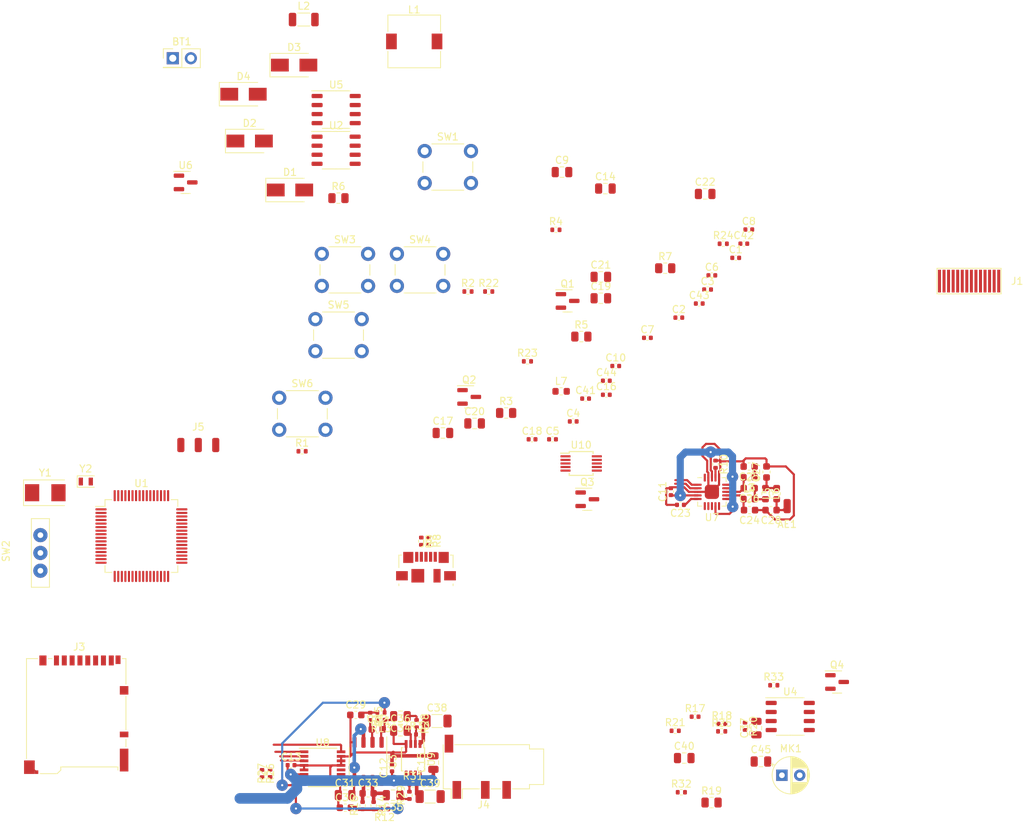
<source format=kicad_pcb>
(kicad_pcb (version 20171130) (host pcbnew 5.99.0+really5.1.10+dfsg1-1)
  (layers (0 F.Cu signal) (31 B.Cu signal) (34 B.Paste user) (35 F.Paste user) (36 B.SilkS user) (37 F.SilkS user) (38 B.Mask user) (39 F.Mask user) (44 Edge.Cuts user))
  (net 0 "")
  (net 1 "Net-(AE1-Pad1)")
  (net 2 GND)
  (net 3 +3V3)
  (net 4 "Net-(C2-Pad2)")
  (net 5 "Net-(C3-Pad1)")
  (net 6 "Net-(C5-Pad2)")
  (net 7 "Net-(C6-Pad1)")
  (net 8 /Vbat_FB)
  (net 9 +5V)
  (net 10 "Net-(C16-Pad1)")
  (net 11 "Net-(C17-Pad2)")
  (net 12 "Net-(C19-Pad2)")
  (net 13 "Net-(C19-Pad1)")
  (net 14 "Net-(C20-Pad2)")
  (net 15 "Net-(C20-Pad1)")
  (net 16 "Net-(C23-Pad1)")
  (net 17 "Net-(C24-Pad2)")
  (net 18 "Net-(C25-Pad1)")
  (net 19 "Net-(C26-Pad2)")
  (net 20 "Net-(C26-Pad1)")
  (net 21 "Net-(C27-Pad1)")
  (net 22 "Net-(C29-Pad2)")
  (net 23 "Net-(C30-Pad2)")
  (net 24 "Net-(C31-Pad2)")
  (net 25 /RDA_R)
  (net 26 "Net-(C32-Pad1)")
  (net 27 /RDA_L)
  (net 28 "Net-(C33-Pad1)")
  (net 29 "Net-(C34-Pad1)")
  (net 30 "Net-(C35-Pad1)")
  (net 31 "Net-(C36-Pad2)")
  (net 32 "Net-(C37-Pad2)")
  (net 33 "Net-(C38-Pad2)")
  (net 34 "Net-(C38-Pad1)")
  (net 35 "Net-(C39-Pad2)")
  (net 36 "Net-(C39-Pad1)")
  (net 37 "Net-(C40-Pad2)")
  (net 38 "Net-(C40-Pad1)")
  (net 39 "Net-(C41-Pad1)")
  (net 40 "Net-(C42-Pad2)")
  (net 41 "Net-(C44-Pad2)")
  (net 42 "Net-(D1-Pad2)")
  (net 43 /USB_VBUS)
  (net 44 "Net-(D4-Pad2)")
  (net 45 "Net-(J2-Pad3)")
  (net 46 "Net-(J2-Pad2)")
  (net 47 /CRG_PWM)
  (net 48 "Net-(Q2-Pad3)")
  (net 49 /BAT_DIS)
  (net 50 "Net-(R3-Pad2)")
  (net 51 "Net-(R5-Pad2)")
  (net 52 "Net-(J1-Pad12)")
  (net 53 /USB_DP)
  (net 54 /USB_DM)
  (net 55 "Net-(R10-Pad2)")
  (net 56 "Net-(R11-Pad1)")
  (net 57 "Net-(R12-Pad1)")
  (net 58 "Net-(R17-Pad2)")
  (net 59 /ADC_MIC)
  (net 60 /RIGHT)
  (net 61 /call)
  (net 62 /UP)
  (net 63 /DOWN)
  (net 64 /LEFT)
  (net 65 /RDA_CLK)
  (net 66 /RDA_SDA)
  (net 67 /RDA_SCL)
  (net 68 /SD_MOSI)
  (net 69 /SD_MISO)
  (net 70 /SD_SCK)
  (net 71 /SD_NSS)
  (net 72 /RF_MOSI)
  (net 73 /RF_MISO)
  (net 74 /RF_SCK)
  (net 75 "Net-(U1-Pad50)")
  (net 76 /SWCLK)
  (net 77 /SWDIO)
  (net 78 "Net-(U1-Pad43)")
  (net 79 /OSC_26M)
  (net 80 /RF_NSS)
  (net 81 /RF_GPIO)
  (net 82 "Net-(U1-Pad38)")
  (net 83 /I2S_MCK)
  (net 84 /I2S_SD)
  (net 85 /I2S_CK)
  (net 86 /I2S_WS)
  (net 87 /D_SDA)
  (net 88 /D_SCL)
  (net 89 /D_RST)
  (net 90 "Net-(U1-Pad20)")
  (net 91 /R_C)
  (net 92 /R_B)
  (net 93 /R_A)
  (net 94 "Net-(U8-Pad12)")
  (net 95 "Net-(U8-Pad11)")
  (net 96 "Net-(C45-Pad2)")
  (net 97 "Net-(J1-Pad6)")
  (net 98 "Net-(J3-Pad8)")
  (net 99 "Net-(J3-Pad1)")
  (net 100 "Net-(Q4-Pad3)")
  (net 101 /MIC_ON)
  (net 102 /SND_ON)
  (net 103 "Net-(U7-Pad10)")
  (net 104 "Net-(C32-Pad2)")
  (net 105 "Net-(C33-Pad2)")
  (net 106 "Net-(Q4-Pad1)")
  (net 107 "Net-(R28-Pad2)")
  (net 108 "Net-(R29-Pad2)")
  (module local:mouse_encoder (layer F.Cu) (at 67.183 133.6294 270)
    (fp_text reference SW2 (at -0.254 4.826 90) (layer F.SilkS))
    (fp_text value volume)
    (pad C thru_hole circle (at 2.5 0 270) (size 2 2) (drill 0.8) (layers *.Cu *.Mask) (net 91 /R_C))
    (pad B thru_hole circle (at 0 0 270) (size 2 2) (drill 0.8) (layers *.Cu *.Mask) (net 92 /R_B))
    (pad A thru_hole circle (at -2.5 0 270) (size 2 2) (drill 0.8) (layers *.Cu *.Mask) (net 93 /R_A))
  )
  (module Capacitor_SMD:C_1206_3216Metric (layer F.Cu) (at 121.92 167.8686)
    (fp_text reference C39 (at 0 -1.85) (layer F.SilkS))
    (fp_text value 100uF)
    (pad 2 smd roundrect (at 1.475 0) (size 1.15 1.8) (layers F.Cu F.Paste F.Mask) (roundrect_rratio 0.217391) (net 35 "Net-(C39-Pad2)"))
    (pad 1 smd roundrect (at -1.475 0) (size 1.15 1.8) (layers F.Cu F.Paste F.Mask) (roundrect_rratio 0.217391) (net 36 "Net-(C39-Pad1)"))
  )
  (module Capacitor_SMD:C_1206_3216Metric (layer F.Cu) (at 122.8852 157.2514)
    (fp_text reference C38 (at 0 -1.85) (layer F.SilkS))
    (fp_text value 100uF)
    (pad 2 smd roundrect (at 1.475 0) (size 1.15 1.8) (layers F.Cu F.Paste F.Mask) (roundrect_rratio 0.217391) (net 33 "Net-(C38-Pad2)"))
    (pad 1 smd roundrect (at -1.475 0) (size 1.15 1.8) (layers F.Cu F.Paste F.Mask) (roundrect_rratio 0.217391) (net 34 "Net-(C38-Pad1)"))
  )
  (module Capacitor_SMD:C_0603_1608Metric (layer F.Cu) (at 166.7256 121.4882 180)
    (fp_text reference C25 (at 0 -1.43) (layer F.SilkS))
    (fp_text value 220pF)
    (pad 2 smd roundrect (at 0.775 0 180) (size 0.9 0.95) (layers F.Cu F.Paste F.Mask) (net 2 GND))
    (pad 1 smd roundrect (at -0.775 0 180) (size 0.9 0.95) (layers F.Cu F.Paste F.Mask) (net 18 "Net-(C25-Pad1)"))
  )
  (module Capacitor_SMD:C_0603_1608Metric (layer F.Cu) (at 169.799 127.6096 180)
    (fp_text reference C28 (at 0 -1.43) (layer F.SilkS))
    (fp_text value 6.8pF)
    (pad 2 smd roundrect (at 0.775 0 180) (size 0.9 0.95) (layers F.Cu F.Paste F.Mask) (net 2 GND))
    (pad 1 smd roundrect (at -0.775 0 180) (size 0.9 0.95) (layers F.Cu F.Paste F.Mask) (net 1 "Net-(AE1-Pad1)"))
  )
  (module Capacitor_SMD:C_0603_1608Metric (layer F.Cu) (at 166.7764 127.6096 180)
    (fp_text reference C24 (at 0 -1.43) (layer F.SilkS))
    (fp_text value 6.8pF)
    (pad 2 smd roundrect (at 0.775 0 180) (size 0.9 0.95) (layers F.Cu F.Paste F.Mask) (net 17 "Net-(C24-Pad2)"))
    (pad 1 smd roundrect (at -0.775 0 180) (size 0.9 0.95) (layers F.Cu F.Paste F.Mask) (net 2 GND))
  )
  (module Capacitor_SMD:C_0603_1608Metric (layer F.Cu) (at 169.164 122.2502 90)
    (fp_text reference C27 (at 0 -1.43 90) (layer F.SilkS))
    (fp_text value 12pF)
    (pad 2 smd roundrect (at 0.775 0 90) (size 0.9 0.95) (layers F.Cu F.Paste F.Mask) (net 2 GND))
    (pad 1 smd roundrect (at -0.775 0 90) (size 0.9 0.95) (layers F.Cu F.Paste F.Mask) (net 21 "Net-(C27-Pad1)"))
  )
  (module Capacitor_SMD:C_0603_1608Metric (layer F.Cu) (at 166.7256 124.5362 180)
    (fp_text reference C26 (at 0 -1.43) (layer F.SilkS))
    (fp_text value 6.8pF)
    (pad 2 smd roundrect (at 0.775 0 180) (size 0.9 0.95) (layers F.Cu F.Paste F.Mask) (net 19 "Net-(C26-Pad2)"))
    (pad 1 smd roundrect (at -0.775 0 180) (size 0.9 0.95) (layers F.Cu F.Paste F.Mask) (net 20 "Net-(C26-Pad1)"))
  )
  (module Crystal:Crystal_SMD_2012-2Pin_2.0x1.2mm (layer F.Cu) (at 73.5584 123.5964)
    (fp_text reference Y2 (at 0 -1.8) (layer F.SilkS))
    (fp_text value 32768)
    (pad 2 smd rect (at 0.7 0) (size 0.6 1.1) (layers F.Cu F.Paste F.Mask) (net 7 "Net-(C6-Pad1)"))
    (pad 1 smd rect (at -0.7 0) (size 0.6 1.1) (layers F.Cu F.Paste F.Mask) (net 5 "Net-(C3-Pad1)"))
  )
  (module Crystal:Crystal_SMD_5032-2Pin_5.0x3.2mm (layer F.Cu) (at 67.8688 125.1712)
    (fp_text reference Y1 (at 0 -2.8) (layer F.SilkS))
    (fp_text value 26M)
    (pad 2 smd rect (at 1.85 0) (size 2 2.4) (layers F.Cu F.Paste F.Mask) (net 6 "Net-(C5-Pad2)"))
    (pad 1 smd rect (at -1.85 0) (size 2 2.4) (layers F.Cu F.Paste F.Mask) (net 4 "Net-(C2-Pad2)"))
  )
  (module Package_SO:MSOP-10_3x3mm_P0.5mm (layer F.Cu) (at 143.129 121.0564)
    (fp_text reference U10 (at 0 -2.6) (layer F.SilkS))
    (fp_text value RDA5807M)
    (pad 10 smd rect (at 2.2 -1) (size 1.4 0.3) (layers F.Cu F.Paste F.Mask) (net 27 /RDA_L))
    (pad 9 smd rect (at 2.2 -0.5) (size 1.4 0.3) (layers F.Cu F.Paste F.Mask) (net 25 /RDA_R))
    (pad 8 smd rect (at 2.2 0) (size 1.4 0.3) (layers F.Cu F.Paste F.Mask) (net 2 GND))
    (pad 7 smd rect (at 2.2 0.5) (size 1.4 0.3) (layers F.Cu F.Paste F.Mask) (net 3 +3V3))
    (pad 6 smd rect (at 2.2 1) (size 1.4 0.3) (layers F.Cu F.Paste F.Mask) (net 65 /RDA_CLK))
    (pad 5 smd rect (at -2.2 1) (size 1.4 0.3) (layers F.Cu F.Paste F.Mask) (net 66 /RDA_SDA))
    (pad 4 smd rect (at -2.2 0.5) (size 1.4 0.3) (layers F.Cu F.Paste F.Mask) (net 67 /RDA_SCL))
    (pad 3 smd rect (at -2.2 0) (size 1.4 0.3) (layers F.Cu F.Paste F.Mask) (net 2 GND))
    (pad 2 smd rect (at -2.2 -0.5) (size 1.4 0.3) (layers F.Cu F.Paste F.Mask) (net 40 "Net-(C42-Pad2)"))
    (pad 1 smd rect (at -2.2 -1) (size 1.4 0.3) (layers F.Cu F.Paste F.Mask) (net 2 GND))
  )
  (module Package_SO:TSSOP-8_3x3mm_P0.65mm (layer F.Cu) (at 119.5197 162.6235 270)
    (fp_text reference U9 (at 0 -2.55 90) (layer F.SilkS))
    (fp_text value LM4810)
    (pad 8 smd rect (at 2.15 -0.975 270) (size 1.1 0.4) (layers F.Cu F.Paste F.Mask) (net 9 +5V))
    (pad 7 smd rect (at 2.15 -0.325 270) (size 1.1 0.4) (layers F.Cu F.Paste F.Mask) (net 36 "Net-(C39-Pad1)"))
    (pad 6 smd rect (at 2.15 0.325 270) (size 1.1 0.4) (layers F.Cu F.Paste F.Mask) (net 108 "Net-(R29-Pad2)"))
    (pad 5 smd rect (at 2.15 0.975 270) (size 1.1 0.4) (layers F.Cu F.Paste F.Mask) (net 102 /SND_ON))
    (pad 4 smd rect (at -2.15 0.975 270) (size 1.1 0.4) (layers F.Cu F.Paste F.Mask) (net 2 GND))
    (pad 3 smd rect (at -2.15 0.325 270) (size 1.1 0.4) (layers F.Cu F.Paste F.Mask) (net 31 "Net-(C36-Pad2)"))
    (pad 2 smd rect (at -2.15 -0.325 270) (size 1.1 0.4) (layers F.Cu F.Paste F.Mask) (net 107 "Net-(R28-Pad2)"))
    (pad 1 smd rect (at -2.15 -0.975 270) (size 1.1 0.4) (layers F.Cu F.Paste F.Mask) (net 34 "Net-(C38-Pad1)"))
  )
  (module Package_SO:SSOP-16_3.9x4.9mm_P0.635mm (layer F.Cu) (at 106.81208 163.79952)
    (fp_text reference U8 (at 0 -3.5) (layer F.SilkS))
    (fp_text value PCM1754DBQR)
    (pad 16 smd rect (at 2.6 -2.2225) (size 1.2 0.4) (layers F.Cu F.Paste F.Mask) (net 83 /I2S_MCK))
    (pad 15 smd rect (at 2.6 -1.5875) (size 1.2 0.4) (layers F.Cu F.Paste F.Mask) (net 2 GND))
    (pad 14 smd rect (at 2.6 -0.9525) (size 1.2 0.4) (layers F.Cu F.Paste F.Mask) (net 2 GND))
    (pad 13 smd rect (at 2.6 -0.3175) (size 1.2 0.4) (layers F.Cu F.Paste F.Mask) (net 2 GND))
    (pad 12 smd rect (at 2.6 0.3175) (size 1.2 0.4) (layers F.Cu F.Paste F.Mask) (net 94 "Net-(U8-Pad12)"))
    (pad 11 smd rect (at 2.6 0.9525) (size 1.2 0.4) (layers F.Cu F.Paste F.Mask) (net 95 "Net-(U8-Pad11)"))
    (pad 10 smd rect (at 2.6 1.5875) (size 1.2 0.4) (layers F.Cu F.Paste F.Mask) (net 24 "Net-(C31-Pad2)"))
    (pad 9 smd rect (at 2.6 2.2225) (size 1.2 0.4) (layers F.Cu F.Paste F.Mask) (net 2 GND))
    (pad 8 smd rect (at -2.6 2.2225) (size 1.2 0.4) (layers F.Cu F.Paste F.Mask) (net 57 "Net-(R12-Pad1)"))
    (pad 7 smd rect (at -2.6 1.5875) (size 1.2 0.4) (layers F.Cu F.Paste F.Mask) (net 56 "Net-(R11-Pad1)"))
    (pad 6 smd rect (at -2.6 0.9525) (size 1.2 0.4) (layers F.Cu F.Paste F.Mask) (net 9 +5V))
    (pad 5 smd rect (at -2.6 0.3175) (size 1.2 0.4) (layers F.Cu F.Paste F.Mask) (net 2 GND))
    (pad 4 smd rect (at -2.6 -0.3175) (size 1.2 0.4) (layers F.Cu F.Paste F.Mask) (net 2 GND))
    (pad 3 smd rect (at -2.6 -0.9525) (size 1.2 0.4) (layers F.Cu F.Paste F.Mask) (net 86 /I2S_WS))
    (pad 2 smd rect (at -2.6 -1.5875) (size 1.2 0.4) (layers F.Cu F.Paste F.Mask) (net 84 /I2S_SD))
    (pad 1 smd rect (at -2.6 -2.2225) (size 1.2 0.4) (layers F.Cu F.Paste F.Mask) (net 85 /I2S_CK))
  )
  (module local:cc1101 (layer F.Cu) (at 161.4932 125.0442)
    (fp_text reference U7 (at 0 3.6) (layer F.SilkS))
    (fp_text value CC1101)
    (pad 19 smd roundrect (at 0 0) (size 2 2) (layers F.Cu F.Paste F.Mask) (net 2 GND))
    (pad 1 smd roundrect (at -2 -1) (size 1.1 0.3) (layers F.Cu F.Paste F.Mask) (net 74 /RF_SCK))
    (pad 3 smd roundrect (at -2 0) (size 1.1 0.3) (layers F.Cu F.Paste F.Mask) (net 2 GND))
    (pad 4 smd roundrect (at -2 0.5) (size 1.1 0.3) (layers F.Cu F.Paste F.Mask) (net 3 +3V3))
    (pad 5 smd roundrect (at -2 1) (size 1.1 0.3) (layers F.Cu F.Paste F.Mask) (net 16 "Net-(C23-Pad1)"))
    (pad 2 smd roundrect (at -2 -0.5) (size 1.1 0.3) (layers F.Cu F.Paste F.Mask) (net 73 /RF_MISO))
    (pad 8 smd roundrect (at 0 2) (size 0.3 1.1) (layers F.Cu F.Paste F.Mask) (net 79 /OSC_26M))
    (pad 9 smd roundrect (at 0.5 2) (size 0.3 1.1) (layers F.Cu F.Paste F.Mask) (net 3 +3V3))
    (pad 6 smd roundrect (at -1 2) (size 0.3 1.1) (layers F.Cu F.Paste F.Mask) (net 81 /RF_GPIO))
    (pad 10 smd roundrect (at 1 2) (size 0.3 1.1) (layers F.Cu F.Paste F.Mask) (net 103 "Net-(U7-Pad10)"))
    (pad 7 smd roundrect (at -0.5 2) (size 0.3 1.1) (layers F.Cu F.Paste F.Mask) (net 80 /RF_NSS))
    (pad 11 smd roundrect (at 2 1) (size 1.1 0.3) (layers F.Cu F.Paste F.Mask) (net 3 +3V3))
    (pad 12 smd roundrect (at 2 0.5) (size 1.1 0.3) (layers F.Cu F.Paste F.Mask) (net 17 "Net-(C24-Pad2)"))
    (pad 13 smd roundrect (at 2 0) (size 1.1 0.3) (layers F.Cu F.Paste F.Mask) (net 19 "Net-(C26-Pad2)"))
    (pad 14 smd roundrect (at 2 -0.5) (size 1.1 0.3) (layers F.Cu F.Paste F.Mask) (net 3 +3V3))
    (pad 15 smd roundrect (at 2 -1) (size 1.1 0.3) (layers F.Cu F.Paste F.Mask) (net 3 +3V3))
    (pad 16 smd roundrect (at 1 -2) (size 0.3 1.1) (layers F.Cu F.Paste F.Mask) (net 2 GND))
    (pad 17 smd roundrect (at 0.5 -2) (size 0.3 1.1) (layers F.Cu F.Paste F.Mask) (net 55 "Net-(R10-Pad2)"))
    (pad 18 smd roundrect (at 0 -2) (size 0.3 1.1) (layers F.Cu F.Paste F.Mask) (net 3 +3V3))
    (pad 19 smd roundrect (at -0.5 -2) (size 0.3 1.1) (layers F.Cu F.Paste F.Mask) (net 2 GND))
    (pad 20 smd roundrect (at -1 -2) (size 0.3 1.1) (layers F.Cu F.Paste F.Mask) (net 72 /RF_MOSI))
  )
  (module Package_TO_SOT_SMD:SOT-23 (layer F.Cu) (at 87.5792 81.5594)
    (fp_text reference U6 (at 0 -2.4) (layer F.SilkS))
    (fp_text value XC6206-33)
    (pad 3 smd roundrect (at 0.9375 0) (size 1.475 0.6) (layers F.Cu F.Paste F.Mask) (net 3 +3V3))
    (pad 2 smd roundrect (at -0.9375 0.95) (size 1.475 0.6) (layers F.Cu F.Paste F.Mask) (net 3 +3V3))
    (pad 1 smd roundrect (at -0.9375 -0.95) (size 1.475 0.6) (layers F.Cu F.Paste F.Mask) (net 2 GND))
  )
  (module Package_SO:SSOP-8_3.9x5.05mm_P1.27mm (layer F.Cu) (at 108.72 71.3232)
    (fp_text reference U5 (at 0 -3.48) (layer F.SilkS))
    (fp_text value ME2149)
    (pad 8 smd roundrect (at 2.675 -1.905) (size 1.55 0.6) (layers F.Cu F.Paste F.Mask) (net 44 "Net-(D4-Pad2)"))
    (pad 7 smd roundrect (at 2.675 -0.635) (size 1.55 0.6) (layers F.Cu F.Paste F.Mask) (net 44 "Net-(D4-Pad2)"))
    (pad 6 smd roundrect (at 2.675 0.635) (size 1.55 0.6) (layers F.Cu F.Paste F.Mask) (net 8 /Vbat_FB))
    (pad 5 smd roundrect (at 2.675 1.905) (size 1.55 0.6) (layers F.Cu F.Paste F.Mask) (net 8 /Vbat_FB))
    (pad 4 smd roundrect (at -2.675 1.905) (size 1.55 0.6) (layers F.Cu F.Paste F.Mask) (net 51 "Net-(R5-Pad2)"))
    (pad 3 smd roundrect (at -2.675 0.635) (size 1.55 0.6) (layers F.Cu F.Paste F.Mask) (net 49 /BAT_DIS))
    (pad 2 smd roundrect (at -2.675 -0.635) (size 1.55 0.6) (layers F.Cu F.Paste F.Mask) (net 2 GND))
    (pad 1 smd roundrect (at -2.675 -1.905) (size 1.55 0.6) (layers F.Cu F.Paste F.Mask))
  )
  (module Package_SO:SSOP-8_3.9x5.05mm_P1.27mm (layer F.Cu) (at 172.4914 156.6164)
    (fp_text reference U4 (at 0 -3.48) (layer F.SilkS))
    (fp_text value LM358)
    (pad 8 smd roundrect (at 2.675 -1.905) (size 1.55 0.6) (layers F.Cu F.Paste F.Mask) (net 9 +5V))
    (pad 7 smd roundrect (at 2.675 -0.635) (size 1.55 0.6) (layers F.Cu F.Paste F.Mask))
    (pad 6 smd roundrect (at 2.675 0.635) (size 1.55 0.6) (layers F.Cu F.Paste F.Mask))
    (pad 5 smd roundrect (at 2.675 1.905) (size 1.55 0.6) (layers F.Cu F.Paste F.Mask))
    (pad 4 smd roundrect (at -2.675 1.905) (size 1.55 0.6) (layers F.Cu F.Paste F.Mask) (net 2 GND))
    (pad 3 smd roundrect (at -2.675 0.635) (size 1.55 0.6) (layers F.Cu F.Paste F.Mask) (net 32 "Net-(C37-Pad2)"))
    (pad 2 smd roundrect (at -2.675 -0.635) (size 1.55 0.6) (layers F.Cu F.Paste F.Mask) (net 58 "Net-(R17-Pad2)"))
    (pad 1 smd roundrect (at -2.675 -1.905) (size 1.55 0.6) (layers F.Cu F.Paste F.Mask) (net 59 /ADC_MIC))
  )
  (module Package_SO:SSOP-8_3.9x5.05mm_P1.27mm (layer F.Cu) (at 113.19256 162.9156 270)
    (fp_text reference U3 (at 0 -3.48 90) (layer F.SilkS))
    (fp_text value LM358)
    (pad 8 smd roundrect (at 2.675 -1.905 270) (size 1.55 0.6) (layers F.Cu F.Paste F.Mask) (net 9 +5V))
    (pad 7 smd roundrect (at 2.675 -0.635 270) (size 1.55 0.6) (layers F.Cu F.Paste F.Mask) (net 105 "Net-(C33-Pad2)"))
    (pad 6 smd roundrect (at 2.675 0.635 270) (size 1.55 0.6) (layers F.Cu F.Paste F.Mask) (net 28 "Net-(C33-Pad1)"))
    (pad 5 smd roundrect (at 2.675 1.905 270) (size 1.55 0.6) (layers F.Cu F.Paste F.Mask) (net 24 "Net-(C31-Pad2)"))
    (pad 4 smd roundrect (at -2.675 1.905 270) (size 1.55 0.6) (layers F.Cu F.Paste F.Mask) (net 2 GND))
    (pad 3 smd roundrect (at -2.675 0.635 270) (size 1.55 0.6) (layers F.Cu F.Paste F.Mask) (net 24 "Net-(C31-Pad2)"))
    (pad 2 smd roundrect (at -2.675 -0.635 270) (size 1.55 0.6) (layers F.Cu F.Paste F.Mask) (net 26 "Net-(C32-Pad1)"))
    (pad 1 smd roundrect (at -2.675 -1.905 270) (size 1.55 0.6) (layers F.Cu F.Paste F.Mask) (net 104 "Net-(C32-Pad2)"))
  )
  (module Package_SO:SSOP-8_3.9x5.05mm_P1.27mm (layer F.Cu) (at 108.712 77.0382)
    (fp_text reference U2 (at 0 -3.48) (layer F.SilkS))
    (fp_text value ME2149)
    (pad 8 smd roundrect (at 2.675 -1.905) (size 1.55 0.6) (layers F.Cu F.Paste F.Mask) (net 42 "Net-(D1-Pad2)"))
    (pad 7 smd roundrect (at 2.675 -0.635) (size 1.55 0.6) (layers F.Cu F.Paste F.Mask) (net 42 "Net-(D1-Pad2)"))
    (pad 6 smd roundrect (at 2.675 0.635) (size 1.55 0.6) (layers F.Cu F.Paste F.Mask) (net 8 /Vbat_FB))
    (pad 5 smd roundrect (at 2.675 1.905) (size 1.55 0.6) (layers F.Cu F.Paste F.Mask) (net 8 /Vbat_FB))
    (pad 4 smd roundrect (at -2.675 1.905) (size 1.55 0.6) (layers F.Cu F.Paste F.Mask) (net 50 "Net-(R3-Pad2)"))
    (pad 3 smd roundrect (at -2.675 0.635) (size 1.55 0.6) (layers F.Cu F.Paste F.Mask) (net 49 /BAT_DIS))
    (pad 2 smd roundrect (at -2.675 -0.635) (size 1.55 0.6) (layers F.Cu F.Paste F.Mask) (net 2 GND))
    (pad 1 smd roundrect (at -2.675 -1.905) (size 1.55 0.6) (layers F.Cu F.Paste F.Mask))
  )
  (module Package_QFP:LQFP-64_10x10mm_P0.5mm (layer F.Cu) (at 81.3689 131.2545)
    (fp_text reference U1 (at 0 -7.4) (layer F.SilkS))
    (fp_text value STM32F107RCTx)
    (pad 64 smd roundrect (at -3.75 -5.675) (size 0.3 1.55) (layers F.Cu F.Paste F.Mask) (net 3 +3V3))
    (pad 63 smd roundrect (at -3.25 -5.675) (size 0.3 1.55) (layers F.Cu F.Paste F.Mask) (net 2 GND))
    (pad 62 smd roundrect (at -2.75 -5.675) (size 0.3 1.55) (layers F.Cu F.Paste F.Mask) (net 2 GND))
    (pad 61 smd roundrect (at -2.25 -5.675) (size 0.3 1.55) (layers F.Cu F.Paste F.Mask) (net 65 /RDA_CLK))
    (pad 60 smd roundrect (at -1.75 -5.675) (size 0.3 1.55) (layers F.Cu F.Paste F.Mask) (net 2 GND))
    (pad 59 smd roundrect (at -1.25 -5.675) (size 0.3 1.55) (layers F.Cu F.Paste F.Mask) (net 66 /RDA_SDA))
    (pad 58 smd roundrect (at -0.75 -5.675) (size 0.3 1.55) (layers F.Cu F.Paste F.Mask) (net 67 /RDA_SCL))
    (pad 57 smd roundrect (at -0.25 -5.675) (size 0.3 1.55) (layers F.Cu F.Paste F.Mask) (net 68 /SD_MOSI))
    (pad 56 smd roundrect (at 0.25 -5.675) (size 0.3 1.55) (layers F.Cu F.Paste F.Mask) (net 69 /SD_MISO))
    (pad 55 smd roundrect (at 0.75 -5.675) (size 0.3 1.55) (layers F.Cu F.Paste F.Mask) (net 70 /SD_SCK))
    (pad 54 smd roundrect (at 1.25 -5.675) (size 0.3 1.55) (layers F.Cu F.Paste F.Mask) (net 71 /SD_NSS))
    (pad 53 smd roundrect (at 1.75 -5.675) (size 0.3 1.55) (layers F.Cu F.Paste F.Mask) (net 72 /RF_MOSI))
    (pad 52 smd roundrect (at 2.25 -5.675) (size 0.3 1.55) (layers F.Cu F.Paste F.Mask) (net 73 /RF_MISO))
    (pad 51 smd roundrect (at 2.75 -5.675) (size 0.3 1.55) (layers F.Cu F.Paste F.Mask) (net 74 /RF_SCK))
    (pad 50 smd roundrect (at 3.25 -5.675) (size 0.3 1.55) (layers F.Cu F.Paste F.Mask) (net 75 "Net-(U1-Pad50)"))
    (pad 49 smd roundrect (at 3.75 -5.675) (size 0.3 1.55) (layers F.Cu F.Paste F.Mask) (net 76 /SWCLK))
    (pad 48 smd roundrect (at 5.675 -3.75) (size 1.55 0.3) (layers F.Cu F.Paste F.Mask) (net 3 +3V3))
    (pad 47 smd roundrect (at 5.675 -3.25) (size 1.55 0.3) (layers F.Cu F.Paste F.Mask) (net 2 GND))
    (pad 46 smd roundrect (at 5.675 -2.75) (size 1.55 0.3) (layers F.Cu F.Paste F.Mask) (net 77 /SWDIO))
    (pad 45 smd roundrect (at 5.675 -2.25) (size 1.55 0.3) (layers F.Cu F.Paste F.Mask) (net 53 /USB_DP))
    (pad 44 smd roundrect (at 5.675 -1.75) (size 1.55 0.3) (layers F.Cu F.Paste F.Mask) (net 54 /USB_DM))
    (pad 43 smd roundrect (at 5.675 -1.25) (size 1.55 0.3) (layers F.Cu F.Paste F.Mask) (net 78 "Net-(U1-Pad43)"))
    (pad 42 smd roundrect (at 5.675 -0.75) (size 1.55 0.3) (layers F.Cu F.Paste F.Mask) (net 43 /USB_VBUS))
    (pad 41 smd roundrect (at 5.675 -0.25) (size 1.55 0.3) (layers F.Cu F.Paste F.Mask) (net 79 /OSC_26M))
    (pad 40 smd roundrect (at 5.675 0.25) (size 1.55 0.3) (layers F.Cu F.Paste F.Mask) (net 80 /RF_NSS))
    (pad 39 smd roundrect (at 5.675 0.75) (size 1.55 0.3) (layers F.Cu F.Paste F.Mask) (net 81 /RF_GPIO))
    (pad 38 smd roundrect (at 5.675 1.25) (size 1.55 0.3) (layers F.Cu F.Paste F.Mask) (net 82 "Net-(U1-Pad38)"))
    (pad 37 smd roundrect (at 5.675 1.75) (size 1.55 0.3) (layers F.Cu F.Paste F.Mask) (net 83 /I2S_MCK))
    (pad 36 smd roundrect (at 5.675 2.25) (size 1.55 0.3) (layers F.Cu F.Paste F.Mask) (net 84 /I2S_SD))
    (pad 35 smd roundrect (at 5.675 2.75) (size 1.55 0.3) (layers F.Cu F.Paste F.Mask) (net 101 /MIC_ON))
    (pad 34 smd roundrect (at 5.675 3.25) (size 1.55 0.3) (layers F.Cu F.Paste F.Mask) (net 85 /I2S_CK))
    (pad 33 smd roundrect (at 5.675 3.75) (size 1.55 0.3) (layers F.Cu F.Paste F.Mask) (net 86 /I2S_WS))
    (pad 32 smd roundrect (at 3.75 5.675) (size 0.3 1.55) (layers F.Cu F.Paste F.Mask) (net 3 +3V3))
    (pad 31 smd roundrect (at 3.25 5.675) (size 0.3 1.55) (layers F.Cu F.Paste F.Mask) (net 2 GND))
    (pad 30 smd roundrect (at 2.75 5.675) (size 0.3 1.55) (layers F.Cu F.Paste F.Mask) (net 87 /D_SDA))
    (pad 29 smd roundrect (at 2.25 5.675) (size 0.3 1.55) (layers F.Cu F.Paste F.Mask) (net 88 /D_SCL))
    (pad 28 smd roundrect (at 1.75 5.675) (size 0.3 1.55) (layers F.Cu F.Paste F.Mask) (net 89 /D_RST))
    (pad 27 smd roundrect (at 1.25 5.675) (size 0.3 1.55) (layers F.Cu F.Paste F.Mask) (net 59 /ADC_MIC))
    (pad 26 smd roundrect (at 0.75 5.675) (size 0.3 1.55) (layers F.Cu F.Paste F.Mask) (net 47 /CRG_PWM))
    (pad 25 smd roundrect (at 0.25 5.675) (size 0.3 1.55) (layers F.Cu F.Paste F.Mask) (net 8 /Vbat_FB))
    (pad 24 smd roundrect (at -0.25 5.675) (size 0.3 1.55) (layers F.Cu F.Paste F.Mask) (net 61 /call))
    (pad 23 smd roundrect (at -0.75 5.675) (size 0.3 1.55) (layers F.Cu F.Paste F.Mask) (net 68 /SD_MOSI))
    (pad 22 smd roundrect (at -1.25 5.675) (size 0.3 1.55) (layers F.Cu F.Paste F.Mask) (net 69 /SD_MISO))
    (pad 21 smd roundrect (at -1.75 5.675) (size 0.3 1.55) (layers F.Cu F.Paste F.Mask) (net 70 /SD_SCK))
    (pad 20 smd roundrect (at -2.25 5.675) (size 0.3 1.55) (layers F.Cu F.Paste F.Mask) (net 90 "Net-(U1-Pad20)"))
    (pad 19 smd roundrect (at -2.75 5.675) (size 0.3 1.55) (layers F.Cu F.Paste F.Mask) (net 3 +3V3))
    (pad 18 smd roundrect (at -3.25 5.675) (size 0.3 1.55) (layers F.Cu F.Paste F.Mask) (net 2 GND))
    (pad 17 smd roundrect (at -3.75 5.675) (size 0.3 1.55) (layers F.Cu F.Paste F.Mask) (net 71 /SD_NSS))
    (pad 16 smd roundrect (at -5.675 3.75) (size 1.55 0.3) (layers F.Cu F.Paste F.Mask) (net 91 /R_C))
    (pad 15 smd roundrect (at -5.675 3.25) (size 1.55 0.3) (layers F.Cu F.Paste F.Mask) (net 92 /R_B))
    (pad 14 smd roundrect (at -5.675 2.75) (size 1.55 0.3) (layers F.Cu F.Paste F.Mask) (net 93 /R_A))
    (pad 13 smd roundrect (at -5.675 2.25) (size 1.55 0.3) (layers F.Cu F.Paste F.Mask) (net 3 +3V3))
    (pad 12 smd roundrect (at -5.675 1.75) (size 1.55 0.3) (layers F.Cu F.Paste F.Mask) (net 2 GND))
    (pad 11 smd roundrect (at -5.675 1.25) (size 1.55 0.3) (layers F.Cu F.Paste F.Mask) (net 63 /DOWN))
    (pad 10 smd roundrect (at -5.675 0.75) (size 1.55 0.3) (layers F.Cu F.Paste F.Mask) (net 60 /RIGHT))
    (pad 9 smd roundrect (at -5.675 0.25) (size 1.55 0.3) (layers F.Cu F.Paste F.Mask) (net 64 /LEFT))
    (pad 8 smd roundrect (at -5.675 -0.25) (size 1.55 0.3) (layers F.Cu F.Paste F.Mask) (net 62 /UP))
    (pad 7 smd roundrect (at -5.675 -0.75) (size 1.55 0.3) (layers F.Cu F.Paste F.Mask) (net 39 "Net-(C41-Pad1)"))
    (pad 6 smd roundrect (at -5.675 -1.25) (size 1.55 0.3) (layers F.Cu F.Paste F.Mask) (net 4 "Net-(C2-Pad2)"))
    (pad 5 smd roundrect (at -5.675 -1.75) (size 1.55 0.3) (layers F.Cu F.Paste F.Mask) (net 6 "Net-(C5-Pad2)"))
    (pad 4 smd roundrect (at -5.675 -2.25) (size 1.55 0.3) (layers F.Cu F.Paste F.Mask) (net 5 "Net-(C3-Pad1)"))
    (pad 3 smd roundrect (at -5.675 -2.75) (size 1.55 0.3) (layers F.Cu F.Paste F.Mask) (net 7 "Net-(C6-Pad1)"))
    (pad 2 smd roundrect (at -5.675 -3.25) (size 1.55 0.3) (layers F.Cu F.Paste F.Mask) (net 49 /BAT_DIS))
    (pad 1 smd roundrect (at -5.675 -3.75) (size 1.55 0.3) (layers F.Cu F.Paste F.Mask) (net 3 +3V3))
  )
  (module Button_Switch_THT:SW_PUSH_6mm (layer F.Cu) (at 100.7239 111.8214)
    (fp_text reference SW6 (at 3.25 -2) (layer F.SilkS))
    (fp_text value LEFT)
    (pad 1 thru_hole circle (at 6.5 0 90) (size 2 2) (drill 1.1) (layers *.Cu *.Mask) (net 64 /LEFT))
    (pad 2 thru_hole circle (at 6.5 4.5 90) (size 2 2) (drill 1.1) (layers *.Cu *.Mask) (net 2 GND))
    (pad 1 thru_hole circle (at 0 0 90) (size 2 2) (drill 1.1) (layers *.Cu *.Mask) (net 64 /LEFT))
    (pad 2 thru_hole circle (at 0 4.5 90) (size 2 2) (drill 1.1) (layers *.Cu *.Mask) (net 2 GND))
  )
  (module Button_Switch_THT:SW_PUSH_6mm (layer F.Cu) (at 105.8039 100.7714)
    (fp_text reference SW5 (at 3.25 -2) (layer F.SilkS))
    (fp_text value DN)
    (pad 1 thru_hole circle (at 6.5 0 90) (size 2 2) (drill 1.1) (layers *.Cu *.Mask) (net 63 /DOWN))
    (pad 2 thru_hole circle (at 6.5 4.5 90) (size 2 2) (drill 1.1) (layers *.Cu *.Mask) (net 2 GND))
    (pad 1 thru_hole circle (at 0 0 90) (size 2 2) (drill 1.1) (layers *.Cu *.Mask) (net 63 /DOWN))
    (pad 2 thru_hole circle (at 0 4.5 90) (size 2 2) (drill 1.1) (layers *.Cu *.Mask) (net 2 GND))
  )
  (module Button_Switch_THT:SW_PUSH_6mm (layer F.Cu) (at 117.2539 91.6014)
    (fp_text reference SW4 (at 3.25 -2) (layer F.SilkS))
    (fp_text value UP)
    (pad 1 thru_hole circle (at 6.5 0 90) (size 2 2) (drill 1.1) (layers *.Cu *.Mask) (net 62 /UP))
    (pad 2 thru_hole circle (at 6.5 4.5 90) (size 2 2) (drill 1.1) (layers *.Cu *.Mask) (net 2 GND))
    (pad 1 thru_hole circle (at 0 0 90) (size 2 2) (drill 1.1) (layers *.Cu *.Mask) (net 62 /UP))
    (pad 2 thru_hole circle (at 0 4.5 90) (size 2 2) (drill 1.1) (layers *.Cu *.Mask) (net 2 GND))
  )
  (module Button_Switch_THT:SW_PUSH_6mm (layer F.Cu) (at 106.7039 91.6014)
    (fp_text reference SW3 (at 3.25 -2) (layer F.SilkS))
    (fp_text value call)
    (pad 1 thru_hole circle (at 6.5 0 90) (size 2 2) (drill 1.1) (layers *.Cu *.Mask) (net 61 /call))
    (pad 2 thru_hole circle (at 6.5 4.5 90) (size 2 2) (drill 1.1) (layers *.Cu *.Mask) (net 2 GND))
    (pad 1 thru_hole circle (at 0 0 90) (size 2 2) (drill 1.1) (layers *.Cu *.Mask) (net 61 /call))
    (pad 2 thru_hole circle (at 0 4.5 90) (size 2 2) (drill 1.1) (layers *.Cu *.Mask) (net 2 GND))
  )
  (module Button_Switch_THT:SW_PUSH_6mm (layer F.Cu) (at 121.1539 77.1514)
    (fp_text reference SW1 (at 3.25 -2) (layer F.SilkS))
    (fp_text value RIGHT)
    (pad 1 thru_hole circle (at 6.5 0 90) (size 2 2) (drill 1.1) (layers *.Cu *.Mask) (net 60 /RIGHT))
    (pad 2 thru_hole circle (at 6.5 4.5 90) (size 2 2) (drill 1.1) (layers *.Cu *.Mask) (net 2 GND))
    (pad 1 thru_hole circle (at 0 0 90) (size 2 2) (drill 1.1) (layers *.Cu *.Mask) (net 60 /RIGHT))
    (pad 2 thru_hole circle (at 0 4.5 90) (size 2 2) (drill 1.1) (layers *.Cu *.Mask) (net 2 GND))
  )
  (module Resistor_SMD:R_0402_1005Metric (layer F.Cu) (at 170.18 152.2222)
    (fp_text reference R33 (at 0 -1.17) (layer F.SilkS))
    (fp_text value 10k)
    (pad 2 smd roundrect (at 0.51 0) (size 0.54 0.64) (layers F.Cu F.Paste F.Mask) (net 100 "Net-(Q4-Pad3)"))
    (pad 1 smd roundrect (at -0.51 0) (size 0.54 0.64) (layers F.Cu F.Paste F.Mask) (net 9 +5V))
  )
  (module Resistor_SMD:R_0402_1005Metric (layer F.Cu) (at 157.2006 167.259)
    (fp_text reference R32 (at 0 -1.17) (layer F.SilkS))
    (fp_text value 10k)
    (pad 2 smd roundrect (at 0.51 0) (size 0.54 0.64) (layers F.Cu F.Paste F.Mask) (net 106 "Net-(Q4-Pad1)"))
    (pad 1 smd roundrect (at -0.51 0) (size 0.54 0.64) (layers F.Cu F.Paste F.Mask) (net 101 /MIC_ON))
  )
  (module Resistor_SMD:R_0402_1005Metric (layer F.Cu) (at 119.51716 166.1668)
    (fp_text reference R31 (at 0 -1.17) (layer F.SilkS))
    (fp_text value 10k)
    (pad 2 smd roundrect (at 0.51 0) (size 0.54 0.64) (layers F.Cu F.Paste F.Mask) (net 36 "Net-(C39-Pad1)"))
    (pad 1 smd roundrect (at -0.51 0) (size 0.54 0.64) (layers F.Cu F.Paste F.Mask) (net 108 "Net-(R29-Pad2)"))
  )
  (module Resistor_SMD:R_0402_1005Metric (layer F.Cu) (at 120.4468 159.131)
    (fp_text reference R30 (at 0 -1.17) (layer F.SilkS))
    (fp_text value 10k)
    (pad 2 smd roundrect (at 0.51 0) (size 0.54 0.64) (layers F.Cu F.Paste F.Mask) (net 34 "Net-(C38-Pad1)"))
    (pad 1 smd roundrect (at -0.51 0) (size 0.54 0.64) (layers F.Cu F.Paste F.Mask) (net 107 "Net-(R28-Pad2)"))
  )
  (module Resistor_SMD:R_0402_1005Metric (layer F.Cu) (at 119.00916 167.69588 90)
    (fp_text reference R29 (at 0 -1.17 90) (layer F.SilkS))
    (fp_text value 10k)
    (pad 2 smd roundrect (at 0.51 0 90) (size 0.54 0.64) (layers F.Cu F.Paste F.Mask) (net 108 "Net-(R29-Pad2)"))
    (pad 1 smd roundrect (at -0.51 0 90) (size 0.54 0.64) (layers F.Cu F.Paste F.Mask) (net 30 "Net-(C35-Pad1)"))
  )
  (module Resistor_SMD:R_0402_1005Metric (layer F.Cu) (at 120.015 157.6197 270)
    (fp_text reference R28 (at 0 -1.17 90) (layer F.SilkS))
    (fp_text value 10k)
    (pad 2 smd roundrect (at 0.51 0 270) (size 0.54 0.64) (layers F.Cu F.Paste F.Mask) (net 107 "Net-(R28-Pad2)"))
    (pad 1 smd roundrect (at -0.51 0 270) (size 0.54 0.64) (layers F.Cu F.Paste F.Mask) (net 29 "Net-(C34-Pad1)"))
  )
  (module Resistor_SMD:R_0402_1005Metric (layer F.Cu) (at 99.44608 164.60216 90)
    (fp_text reference R27 (at 0 -1.17 90) (layer F.SilkS))
    (fp_text value 33R)
    (pad 2 smd roundrect (at 0.51 0 90) (size 0.54 0.64) (layers F.Cu F.Paste F.Mask) (net 25 /RDA_R))
    (pad 1 smd roundrect (at -0.51 0 90) (size 0.54 0.64) (layers F.Cu F.Paste F.Mask) (net 57 "Net-(R12-Pad1)"))
  )
  (module Resistor_SMD:R_0402_1005Metric (layer F.Cu) (at 98.30816 164.62756 270)
    (fp_text reference R26 (at 0 -1.17 90) (layer F.SilkS))
    (fp_text value 33R)
    (pad 2 smd roundrect (at 0.51 0 270) (size 0.54 0.64) (layers F.Cu F.Paste F.Mask) (net 56 "Net-(R11-Pad1)"))
    (pad 1 smd roundrect (at -0.51 0 270) (size 0.54 0.64) (layers F.Cu F.Paste F.Mask) (net 27 /RDA_L))
  )
  (module Resistor_SMD:R_0402_1005Metric (layer F.Cu) (at 162.8648 158.6992)
    (fp_text reference R25 (at 0 -1.17) (layer F.SilkS))
    (fp_text value 100k)
    (pad 2 smd roundrect (at 0.51 0) (size 0.54 0.64) (layers F.Cu F.Paste F.Mask) (net 2 GND))
    (pad 1 smd roundrect (at -0.51 0) (size 0.54 0.64) (layers F.Cu F.Paste F.Mask) (net 106 "Net-(Q4-Pad1)"))
  )
  (module Resistor_SMD:R_0402_1005Metric (layer F.Cu) (at 163.0839 90.1814)
    (fp_text reference R24 (at 0 -1.17) (layer F.SilkS))
    (fp_text value 100k)
    (pad 2 smd roundrect (at 0.51 0) (size 0.54 0.64) (layers F.Cu F.Paste F.Mask) (net 48 "Net-(Q2-Pad3)"))
    (pad 1 smd roundrect (at -0.51 0) (size 0.54 0.64) (layers F.Cu F.Paste F.Mask) (net 9 +5V))
  )
  (module Resistor_SMD:R_0402_1005Metric (layer F.Cu) (at 135.5852 106.7054)
    (fp_text reference R23 (at 0 -1.17) (layer F.SilkS))
    (fp_text value 100k)
    (pad 2 smd roundrect (at 0.51 0) (size 0.54 0.64) (layers F.Cu F.Paste F.Mask) (net 2 GND))
    (pad 1 smd roundrect (at -0.51 0) (size 0.54 0.64) (layers F.Cu F.Paste F.Mask) (net 41 "Net-(C44-Pad2)"))
  )
  (module Resistor_SMD:R_0402_1005Metric (layer F.Cu) (at 130.1439 96.8914)
    (fp_text reference R22 (at 0 -1.17) (layer F.SilkS))
    (fp_text value 100k)
    (pad 2 smd roundrect (at 0.51 0) (size 0.54 0.64) (layers F.Cu F.Paste F.Mask) (net 2 GND))
    (pad 1 smd roundrect (at -0.51 0) (size 0.54 0.64) (layers F.Cu F.Paste F.Mask) (net 2 GND))
  )
  (module Resistor_SMD:R_0402_1005Metric (layer F.Cu) (at 156.337 158.623)
    (fp_text reference R21 (at 0 -1.17) (layer F.SilkS))
    (fp_text value 10k)
    (pad 2 smd roundrect (at 0.51 0) (size 0.54 0.64) (layers F.Cu F.Paste F.Mask) (net 37 "Net-(C40-Pad2)"))
    (pad 1 smd roundrect (at -0.51 0) (size 0.54 0.64) (layers F.Cu F.Paste F.Mask) (net 9 +5V))
  )
  (module Resistor_SMD:R_0402_1005Metric (layer F.Cu) (at 166.1414 157.988 270)
    (fp_text reference R20 (at 0 -1.17 90) (layer F.SilkS))
    (fp_text value 100k)
    (pad 2 smd roundrect (at 0.51 0 270) (size 0.54 0.64) (layers F.Cu F.Paste F.Mask) (net 2 GND))
    (pad 1 smd roundrect (at -0.51 0 270) (size 0.54 0.64) (layers F.Cu F.Paste F.Mask) (net 32 "Net-(C37-Pad2)"))
  )
  (module Resistor_SMD:R_0805_2012Metric (layer F.Cu) (at 161.4424 168.7068)
    (fp_text reference R19 (at 0 -1.65) (layer F.SilkS))
    (fp_text value 1k)
    (pad 2 smd roundrect (at 0.9125 0) (size 1.025 1.4) (layers F.Cu F.Paste F.Mask) (roundrect_rratio 0.243902) (net 38 "Net-(C40-Pad1)"))
    (pad 1 smd roundrect (at -0.9125 0) (size 1.025 1.4) (layers F.Cu F.Paste F.Mask) (roundrect_rratio 0.243902) (net 58 "Net-(R17-Pad2)"))
  )
  (module Capacitor_SMD:C_0402_1005Metric (layer F.Cu) (at 162.8902 157.6578)
    (fp_text reference R18 (at 0 -1.16) (layer F.SilkS))
    (fp_text value 100k)
    (pad 2 smd roundrect (at 0.48 0) (size 0.56 0.62) (layers F.Cu F.Paste F.Mask) (net 32 "Net-(C37-Pad2)"))
    (pad 1 smd roundrect (at -0.48 0) (size 0.56 0.62) (layers F.Cu F.Paste F.Mask) (net 9 +5V))
  )
  (module Capacitor_SMD:C_0402_1005Metric (layer F.Cu) (at 159.131 156.6418)
    (fp_text reference R17 (at 0 -1.16) (layer F.SilkS))
    (fp_text value 100k)
    (pad 2 smd roundrect (at 0.48 0) (size 0.56 0.62) (layers F.Cu F.Paste F.Mask) (net 58 "Net-(R17-Pad2)"))
    (pad 1 smd roundrect (at -0.48 0) (size 0.56 0.62) (layers F.Cu F.Paste F.Mask) (net 59 /ADC_MIC))
  )
  (module Resistor_SMD:R_0402_1005Metric (layer F.Cu) (at 112.43564 169.1386 90)
    (fp_text reference R16 (at 0 -1.17 90) (layer F.SilkS))
    (fp_text value 10k)
    (pad 2 smd roundrect (at 0.51 0 90) (size 0.54 0.64) (layers F.Cu F.Paste F.Mask) (net 28 "Net-(C33-Pad1)"))
    (pad 1 smd roundrect (at -0.51 0 90) (size 0.54 0.64) (layers F.Cu F.Paste F.Mask) (net 23 "Net-(C30-Pad2)"))
  )
  (module Resistor_SMD:R_0402_1005Metric (layer F.Cu) (at 113.50244 156.59608 270)
    (fp_text reference R15 (at 0 -1.17 90) (layer F.SilkS))
    (fp_text value 10k)
    (pad 2 smd roundrect (at 0.51 0 270) (size 0.54 0.64) (layers F.Cu F.Paste F.Mask) (net 26 "Net-(C32-Pad1)"))
    (pad 1 smd roundrect (at -0.51 0 270) (size 0.54 0.64) (layers F.Cu F.Paste F.Mask) (net 22 "Net-(C29-Pad2)"))
  )
  (module Resistor_SMD:R_0402_1005Metric (layer F.Cu) (at 113.98504 169.14368 270)
    (fp_text reference R14 (at 0 -1.17 90) (layer F.SilkS))
    (fp_text value 33R)
    (pad 2 smd roundrect (at 0.51 0 270) (size 0.54 0.64) (layers F.Cu F.Paste F.Mask) (net 23 "Net-(C30-Pad2)"))
    (pad 1 smd roundrect (at -0.51 0 270) (size 0.54 0.64) (layers F.Cu F.Paste F.Mask) (net 105 "Net-(C33-Pad2)"))
  )
  (module Resistor_SMD:R_0402_1005Metric (layer F.Cu) (at 115.01628 157.11932 180)
    (fp_text reference R13 (at 0 -1.17) (layer F.SilkS))
    (fp_text value 33R)
    (pad 2 smd roundrect (at 0.51 0 180) (size 0.54 0.64) (layers F.Cu F.Paste F.Mask) (net 22 "Net-(C29-Pad2)"))
    (pad 1 smd roundrect (at -0.51 0 180) (size 0.54 0.64) (layers F.Cu F.Paste F.Mask) (net 104 "Net-(C32-Pad2)"))
  )
  (module Resistor_SMD:R_0402_1005Metric (layer F.Cu) (at 115.50396 169.61104 180)
    (fp_text reference R12 (at 0 -1.17) (layer F.SilkS))
    (fp_text value 33R)
    (pad 2 smd roundrect (at 0.51 0 180) (size 0.54 0.64) (layers F.Cu F.Paste F.Mask) (net 23 "Net-(C30-Pad2)"))
    (pad 1 smd roundrect (at -0.51 0 180) (size 0.54 0.64) (layers F.Cu F.Paste F.Mask) (net 57 "Net-(R12-Pad1)"))
  )
  (module Resistor_SMD:R_0402_1005Metric (layer F.Cu) (at 115.01628 156.05252 180)
    (fp_text reference R11 (at 0 -1.17) (layer F.SilkS))
    (fp_text value 33R)
    (pad 2 smd roundrect (at 0.51 0 180) (size 0.54 0.64) (layers F.Cu F.Paste F.Mask) (net 22 "Net-(C29-Pad2)"))
    (pad 1 smd roundrect (at -0.51 0 180) (size 0.54 0.64) (layers F.Cu F.Paste F.Mask) (net 56 "Net-(R11-Pad1)"))
  )
  (module Resistor_SMD:R_0402_1005Metric (layer F.Cu) (at 162.0012 121.158 270)
    (fp_text reference R10 (at 0 -1.17 90) (layer F.SilkS))
    (fp_text value 10K)
    (pad 2 smd roundrect (at 0.51 0 270) (size 0.54 0.64) (layers F.Cu F.Paste F.Mask) (net 55 "Net-(R10-Pad2)"))
    (pad 1 smd roundrect (at -0.51 0 270) (size 0.54 0.64) (layers F.Cu F.Paste F.Mask) (net 2 GND))
  )
  (module Resistor_SMD:R_0402_1005Metric (layer F.Cu) (at 120.6754 131.9784 270)
    (fp_text reference R9 (at 0 -1.17 90) (layer F.SilkS))
    (fp_text value 22)
    (pad 2 smd roundrect (at 0.51 0 270) (size 0.54 0.64) (layers F.Cu F.Paste F.Mask) (net 54 /USB_DM))
    (pad 1 smd roundrect (at -0.51 0 270) (size 0.54 0.64) (layers F.Cu F.Paste F.Mask) (net 46 "Net-(J2-Pad2)"))
  )
  (module Resistor_SMD:R_0402_1005Metric (layer F.Cu) (at 121.7168 131.9276 270)
    (fp_text reference R8 (at 0 -1.17 90) (layer F.SilkS))
    (fp_text value 22)
    (pad 2 smd roundrect (at 0.51 0 270) (size 0.54 0.64) (layers F.Cu F.Paste F.Mask) (net 53 /USB_DP))
    (pad 1 smd roundrect (at -0.51 0 270) (size 0.54 0.64) (layers F.Cu F.Paste F.Mask) (net 45 "Net-(J2-Pad3)"))
  )
  (module Resistor_SMD:R_0805_2012Metric (layer F.Cu) (at 154.9339 93.6214)
    (fp_text reference R7 (at 0 -1.65) (layer F.SilkS))
    (fp_text value 560k)
    (pad 2 smd roundrect (at 0.9125 0) (size 1.025 1.4) (layers F.Cu F.Paste F.Mask) (roundrect_rratio 0.243902) (net 2 GND))
    (pad 1 smd roundrect (at -0.9125 0) (size 1.025 1.4) (layers F.Cu F.Paste F.Mask) (roundrect_rratio 0.243902) (net 52 "Net-(J1-Pad12)"))
  )
  (module Resistor_SMD:R_0805_2012Metric (layer F.Cu) (at 109.0422 83.7692)
    (fp_text reference R6 (at 0 -1.65) (layer F.SilkS))
    (fp_text value 22k)
    (pad 2 smd roundrect (at 0.9125 0) (size 1.025 1.4) (layers F.Cu F.Paste F.Mask) (roundrect_rratio 0.243902) (net 2 GND))
    (pad 1 smd roundrect (at -0.9125 0) (size 1.025 1.4) (layers F.Cu F.Paste F.Mask) (roundrect_rratio 0.243902) (net 51 "Net-(R5-Pad2)"))
  )
  (module Resistor_SMD:R_0805_2012Metric (layer F.Cu) (at 143.1544 103.2256)
    (fp_text reference R5 (at 0 -1.65) (layer F.SilkS))
    (fp_text value 33k)
    (pad 2 smd roundrect (at 0.9125 0) (size 1.025 1.4) (layers F.Cu F.Paste F.Mask) (roundrect_rratio 0.243902) (net 51 "Net-(R5-Pad2)"))
    (pad 1 smd roundrect (at -0.9125 0) (size 1.025 1.4) (layers F.Cu F.Paste F.Mask) (roundrect_rratio 0.243902) (net 3 +3V3))
  )
  (module Resistor_SMD:R_0402_1005Metric (layer F.Cu) (at 139.5839 88.2214)
    (fp_text reference R4 (at 0 -1.17) (layer F.SilkS))
    (fp_text value 10k)
    (pad 2 smd roundrect (at 0.51 0) (size 0.54 0.64) (layers F.Cu F.Paste F.Mask) (net 2 GND))
    (pad 1 smd roundrect (at -0.51 0) (size 0.54 0.64) (layers F.Cu F.Paste F.Mask) (net 50 "Net-(R3-Pad2)"))
  )
  (module Resistor_SMD:R_0805_2012Metric (layer F.Cu) (at 132.5939 113.9614)
    (fp_text reference R3 (at 0 -1.65) (layer F.SilkS))
    (fp_text value 33k)
    (pad 2 smd roundrect (at 0.9125 0) (size 1.025 1.4) (layers F.Cu F.Paste F.Mask) (roundrect_rratio 0.243902) (net 50 "Net-(R3-Pad2)"))
    (pad 1 smd roundrect (at -0.9125 0) (size 1.025 1.4) (layers F.Cu F.Paste F.Mask) (roundrect_rratio 0.243902) (net 9 +5V))
  )
  (module Resistor_SMD:R_0402_1005Metric (layer F.Cu) (at 127.2339 96.8914)
    (fp_text reference R2 (at 0 -1.17) (layer F.SilkS))
    (fp_text value 100k)
    (pad 2 smd roundrect (at 0.51 0) (size 0.54 0.64) (layers F.Cu F.Paste F.Mask) (net 49 /BAT_DIS))
    (pad 1 smd roundrect (at -0.51 0) (size 0.54 0.64) (layers F.Cu F.Paste F.Mask) (net 8 /Vbat_FB))
  )
  (module Resistor_SMD:R_0402_1005Metric (layer F.Cu) (at 103.9339 119.3414)
    (fp_text reference R1 (at 0 -1.17) (layer F.SilkS))
    (fp_text value 100k)
    (pad 2 smd roundrect (at 0.51 0) (size 0.54 0.64) (layers F.Cu F.Paste F.Mask) (net 2 GND))
    (pad 1 smd roundrect (at -0.51 0) (size 0.54 0.64) (layers F.Cu F.Paste F.Mask) (net 47 /CRG_PWM))
  )
  (module Package_TO_SOT_SMD:SOT-23 (layer F.Cu) (at 179.07 151.765)
    (fp_text reference Q4 (at 0 -2.4) (layer F.SilkS))
    (fp_text value AO3400)
    (pad 3 smd roundrect (at 0.9375 0) (size 1.475 0.6) (layers F.Cu F.Paste F.Mask) (net 100 "Net-(Q4-Pad3)"))
    (pad 2 smd roundrect (at -0.9375 0.95) (size 1.475 0.6) (layers F.Cu F.Paste F.Mask) (net 96 "Net-(C45-Pad2)"))
    (pad 1 smd roundrect (at -0.9375 -0.95) (size 1.475 0.6) (layers F.Cu F.Paste F.Mask) (net 106 "Net-(Q4-Pad1)"))
  )
  (module Package_TO_SOT_SMD:SOT-23 (layer F.Cu) (at 143.9926 126.0856)
    (fp_text reference Q3 (at 0 -2.4) (layer F.SilkS))
    (fp_text value 2SC3583)
    (pad 3 smd roundrect (at 0.9375 0) (size 1.475 0.6) (layers F.Cu F.Paste F.Mask) (net 2 GND))
    (pad 2 smd roundrect (at -0.9375 0.95) (size 1.475 0.6) (layers F.Cu F.Paste F.Mask) (net 41 "Net-(C44-Pad2)"))
    (pad 1 smd roundrect (at -0.9375 -0.95) (size 1.475 0.6) (layers F.Cu F.Paste F.Mask) (net 2 GND))
  )
  (module Package_TO_SOT_SMD:SOT-23 (layer F.Cu) (at 127.4039 111.7014)
    (fp_text reference Q2 (at 0 -2.4) (layer F.SilkS))
    (fp_text value AO3400)
    (pad 3 smd roundrect (at 0.9375 0) (size 1.475 0.6) (layers F.Cu F.Paste F.Mask) (net 48 "Net-(Q2-Pad3)"))
    (pad 2 smd roundrect (at -0.9375 0.95) (size 1.475 0.6) (layers F.Cu F.Paste F.Mask) (net 41 "Net-(C44-Pad2)"))
    (pad 1 smd roundrect (at -0.9375 -0.95) (size 1.475 0.6) (layers F.Cu F.Paste F.Mask) (net 2 GND))
  )
  (module Package_TO_SOT_SMD:SOT-23 (layer F.Cu) (at 141.2239 98.2114)
    (fp_text reference Q1 (at 0 -2.4) (layer F.SilkS))
    (fp_text value AO3400)
    (pad 3 smd roundrect (at 0.9375 0) (size 1.475 0.6) (layers F.Cu F.Paste F.Mask) (net 3 +3V3))
    (pad 2 smd roundrect (at -0.9375 0.95) (size 1.475 0.6) (layers F.Cu F.Paste F.Mask) (net 8 /Vbat_FB))
    (pad 1 smd roundrect (at -0.9375 -0.95) (size 1.475 0.6) (layers F.Cu F.Paste F.Mask) (net 47 /CRG_PWM))
  )
  (module Capacitor_THT:CP_Radial_D5.0mm_P2.50mm (layer F.Cu) (at 171.323 164.8714)
    (fp_text reference MK1 (at 1.25 -3.75) (layer F.SilkS))
    (fp_text value Mic)
    (pad 2 thru_hole circle (at 2.5 0) (size 1.6 1.6) (drill 0.8) (layers *.Cu *.Mask) (net 2 GND))
    (pad 1 thru_hole rect (at 0 0) (size 1.6 1.6) (drill 0.8) (layers *.Cu *.Mask) (net 96 "Net-(C45-Pad2)"))
  )
  (module Inductor_SMD:L_0603_1608Metric (layer F.Cu) (at 140.3139 110.9214)
    (fp_text reference L7 (at 0 -1.43) (layer F.SilkS))
    (fp_text value 100nH)
    (pad 2 smd roundrect (at 0.7875 0) (size 0.875 0.95) (layers F.Cu F.Paste F.Mask) (net 40 "Net-(C42-Pad2)"))
    (pad 1 smd roundrect (at -0.7875 0) (size 0.875 0.95) (layers F.Cu F.Paste F.Mask) (net 2 GND))
  )
  (module Inductor_SMD:L_0603_1608Metric (layer F.Cu) (at 169.0116 125.2982 270)
    (fp_text reference L6 (at 0 -1.43 90) (layer F.SilkS))
    (fp_text value 18nH)
    (pad 2 smd roundrect (at 0.7875 0 270) (size 0.875 0.95) (layers F.Cu F.Paste F.Mask) (net 20 "Net-(C26-Pad1)"))
    (pad 1 smd roundrect (at -0.7875 0 270) (size 0.875 0.95) (layers F.Cu F.Paste F.Mask) (net 21 "Net-(C27-Pad1)"))
  )
  (module Inductor_SMD:L_0603_1608Metric (layer F.Cu) (at 170.5864 125.2982 90)
    (fp_text reference L5 (at 0 -1.43 90) (layer F.SilkS))
    (fp_text value 33nH)
    (pad 2 smd roundrect (at 0.7875 0 90) (size 0.875 0.95) (layers F.Cu F.Paste F.Mask) (net 21 "Net-(C27-Pad1)"))
    (pad 1 smd roundrect (at -0.7875 0 90) (size 0.875 0.95) (layers F.Cu F.Paste F.Mask) (net 1 "Net-(AE1-Pad1)"))
  )
  (module Inductor_SMD:L_0603_1608Metric (layer F.Cu) (at 166.7256 126.0602)
    (fp_text reference L4 (at 0 -1.43) (layer F.SilkS))
    (fp_text value 33nH)
    (pad 2 smd roundrect (at 0.7875 0) (size 0.875 0.95) (layers F.Cu F.Paste F.Mask) (net 20 "Net-(C26-Pad1)"))
    (pad 1 smd roundrect (at -0.7875 0) (size 0.875 0.95) (layers F.Cu F.Paste F.Mask) (net 17 "Net-(C24-Pad2)"))
  )
  (module Inductor_SMD:L_0603_1608Metric (layer F.Cu) (at 166.7256 123.0122 180)
    (fp_text reference L3 (at 0 -1.43) (layer F.SilkS))
    (fp_text value 33nH)
    (pad 2 smd roundrect (at 0.7875 0 180) (size 0.875 0.95) (layers F.Cu F.Paste F.Mask) (net 19 "Net-(C26-Pad2)"))
    (pad 1 smd roundrect (at -0.7875 0 180) (size 0.875 0.95) (layers F.Cu F.Paste F.Mask) (net 18 "Net-(C25-Pad1)"))
  )
  (module Inductor_SMD:L_1206_3216Metric (layer F.Cu) (at 104.1654 58.674)
    (fp_text reference L2 (at 0 -1.9) (layer F.SilkS))
    (fp_text value 4.7mH)
    (pad 2 smd roundrect (at 1.575 0) (size 1.05 1.9) (layers F.Cu F.Paste F.Mask) (roundrect_rratio 0.238095) (net 44 "Net-(D4-Pad2)"))
    (pad 1 smd roundrect (at -1.575 0) (size 1.05 1.9) (layers F.Cu F.Paste F.Mask) (roundrect_rratio 0.238095) (net 8 /Vbat_FB))
  )
  (module Inductor_SMD:L_7.3x7.3_H4.5 (layer F.Cu) (at 119.6848 61.7474)
    (fp_text reference L1 (at 0 -4.45) (layer F.SilkS))
    (fp_text value 4.7mH)
    (pad 2 smd rect (at 3.2 0) (size 1.5 2.2) (layers F.Cu F.Paste F.Mask) (net 42 "Net-(D1-Pad2)"))
    (pad 1 smd rect (at -3.2 0) (size 1.5 2.2) (layers F.Cu F.Paste F.Mask) (net 8 /Vbat_FB))
  )
  (module local:3WIRE_PADS (layer F.Cu) (at 89.3572 118.4656)
    (fp_text reference J5 (at 0 -2.54) (layer F.SilkS))
    (fp_text value SWD)
    (pad 1 smd roundrect (at -2.45 0) (size 1 2) (layers F.Cu F.Paste F.Mask) (net 77 /SWDIO))
    (pad 3 smd roundrect (at 2.45 0) (size 1 2) (layers F.Cu F.Paste F.Mask) (net 76 /SWCLK))
    (pad 2 smd roundrect (at 0 0) (size 1 2) (layers F.Cu F.Paste F.Mask) (net 2 GND))
  )
  (module Connector_Audio:Jack_3.5mm_PJ320D_Horizontal (layer F.Cu) (at 129.4892 163.6776 180)
    (fp_text reference J4 (at 0.05 -5.35) (layer F.SilkS))
    (fp_text value AudioJack4)
    (pad "" np_thru_hole circle (at 2.225 0 180) (size 1.5 1.5) (drill 1.5) (layers *.Cu *.Mask))
    (pad "" np_thru_hole circle (at -4.775 0 180) (size 1.5 1.5) (drill 1.5) (layers *.Cu *.Mask))
    (pad R2 smd rect (at -3.175 -3.25 180) (size 1.2 2.5) (layers F.Cu F.Paste F.Mask) (net 2 GND))
    (pad R1 smd rect (at -0.175 -3.25 180) (size 1.2 2.5) (layers F.Cu F.Paste F.Mask) (net 33 "Net-(C38-Pad2)"))
    (pad T smd rect (at 3.825 -3.25 180) (size 1.2 2.5) (layers F.Cu F.Paste F.Mask) (net 35 "Net-(C39-Pad2)"))
    (pad S smd rect (at 4.925 3.25 180) (size 1.2 2.5) (layers F.Cu F.Paste F.Mask) (net 37 "Net-(C40-Pad2)"))
  )
  (module Connector_Card:microSD_HC_Hirose_DM3BT-DSF-PEJS (layer F.Cu) (at 72.2122 156.3624)
    (fp_text reference J3 (at 0.425 -9.525) (layer F.SilkS))
    (fp_text value Micro_SD_Card)
    (pad 11 smd rect (at -5.825 7.825 45) (size 0.2 0.2) (layers F.Cu F.Paste F.Mask))
    (pad 10 smd rect (at 6.725 2.775) (size 1.2 0.8) (layers F.Cu F.Paste F.Mask))
    (pad 11 smd rect (at -5.575 8.075) (size 0.5 0.5) (layers F.Cu F.Paste F.Mask))
    (pad 8 smd rect (at 4.925 -7.625) (size 0.7 1.4) (layers F.Cu F.Paste F.Mask) (net 98 "Net-(J3-Pad8)"))
    (pad 7 smd rect (at 3.825 -7.625) (size 0.7 1.4) (layers F.Cu F.Paste F.Mask) (net 69 /SD_MISO))
    (pad 6 smd rect (at 2.725 -7.625) (size 0.7 1.4) (layers F.Cu F.Paste F.Mask) (net 2 GND))
    (pad 5 smd rect (at 1.625 -7.625) (size 0.7 1.4) (layers F.Cu F.Paste F.Mask) (net 70 /SD_SCK))
    (pad 4 smd rect (at 0.525 -7.625) (size 0.7 1.4) (layers F.Cu F.Paste F.Mask) (net 3 +3V3))
    (pad 3 smd rect (at -0.575 -7.625) (size 0.7 1.4) (layers F.Cu F.Paste F.Mask) (net 68 /SD_MOSI))
    (pad 2 smd rect (at -1.675 -7.625) (size 0.7 1.4) (layers F.Cu F.Paste F.Mask) (net 71 /SD_NSS))
    (pad 9 smd rect (at 5.875 -7.725) (size 0.7 1.2) (layers F.Cu F.Paste F.Mask) (net 2 GND))
    (pad 11 smd rect (at 6.725 6.375) (size 1.2 3.2) (layers F.Cu F.Paste F.Mask))
    (pad 11 smd rect (at 6.725 -3.425) (size 1.2 1.2) (layers F.Cu F.Paste F.Mask))
    (pad 11 smd rect (at -4.675 -7.625) (size 1 1.4) (layers F.Cu F.Paste F.Mask))
    (pad 11 smd rect (at -6.575 7.375) (size 1.5 1.9) (layers F.Cu F.Paste F.Mask))
    (pad 1 smd rect (at -2.775 -7.625) (size 0.7 1.4) (layers F.Cu F.Paste F.Mask) (net 99 "Net-(J3-Pad1)"))
  )
  (module Connector_USB:USB_Micro-B_Molex_47346-0001 (layer F.Cu) (at 121.3358 135.636)
    (fp_text reference J2 (at 0 -3.3 180) (layer F.SilkS))
    (fp_text value USB_B)
    (pad 6 smd rect (at 1.55 1.2) (size 1 1.9) (layers F.Cu F.Paste F.Mask))
    (pad 6 smd rect (at -1.15 1.2) (size 1.8 1.9) (layers F.Cu F.Paste F.Mask))
    (pad 6 smd rect (at 3.375 1.2) (size 1.65 1.3) (layers F.Cu F.Paste F.Mask))
    (pad 6 smd rect (at -3.375 1.2) (size 1.65 1.3) (layers F.Cu F.Paste F.Mask))
    (pad 6 smd rect (at 2.4875 -1.375) (size 1.425 1.55) (layers F.Cu F.Paste F.Mask))
    (pad 6 smd rect (at -2.4875 -1.375) (size 1.425 1.55) (layers F.Cu F.Paste F.Mask))
    (pad 5 smd rect (at 1.3 -1.46) (size 0.45 1.38) (layers F.Cu F.Paste F.Mask) (net 2 GND))
    (pad 4 smd rect (at 0.65 -1.46) (size 0.45 1.38) (layers F.Cu F.Paste F.Mask) (net 2 GND))
    (pad 3 smd rect (at 0 -1.46) (size 0.45 1.38) (layers F.Cu F.Paste F.Mask) (net 45 "Net-(J2-Pad3)"))
    (pad 2 smd rect (at -0.65 -1.46) (size 0.45 1.38) (layers F.Cu F.Paste F.Mask) (net 46 "Net-(J2-Pad2)"))
    (pad 1 smd rect (at -1.3 -1.46) (size 0.45 1.38) (layers F.Cu F.Paste F.Mask) (net 43 /USB_VBUS))
  )
  (module local:display_14p (layer F.Cu) (at 197.612 95.4278)
    (fp_text reference J1 (at 6.75 0.01) (layer F.SilkS))
    (fp_text value OLED)
    (pad 14 smd rect (at -4.16 0) (size 0.42 3.2) (layers F.Cu F.Paste F.Mask) (net 11 "Net-(C17-Pad2)"))
    (pad 13 smd rect (at -3.52 0) (size 0.42 3.2) (layers F.Cu F.Paste F.Mask) (net 10 "Net-(C16-Pad1)"))
    (pad 12 smd rect (at -2.88 0) (size 0.42 3.2) (layers F.Cu F.Paste F.Mask) (net 52 "Net-(J1-Pad12)"))
    (pad 11 smd rect (at -2.24 0) (size 0.42 3.2) (layers F.Cu F.Paste F.Mask) (net 87 /D_SDA))
    (pad 10 smd rect (at -1.6 0) (size 0.42 3.2) (layers F.Cu F.Paste F.Mask) (net 88 /D_SCL))
    (pad 9 smd rect (at -0.96 0) (size 0.42 3.2) (layers F.Cu F.Paste F.Mask) (net 89 /D_RST))
    (pad 8 smd rect (at -0.32 0) (size 0.42 3.2) (layers F.Cu F.Paste F.Mask) (net 3 +3V3))
    (pad 1 smd rect (at 4.16 0) (size 0.42 3.2) (layers F.Cu F.Paste F.Mask) (net 13 "Net-(C19-Pad1)"))
    (pad 2 smd rect (at 3.52 0) (size 0.42 3.2) (layers F.Cu F.Paste F.Mask) (net 12 "Net-(C19-Pad2)"))
    (pad 3 smd rect (at 2.88 0) (size 0.42 3.2) (layers F.Cu F.Paste F.Mask) (net 15 "Net-(C20-Pad1)"))
    (pad 4 smd rect (at 2.24 0) (size 0.42 3.2) (layers F.Cu F.Paste F.Mask) (net 14 "Net-(C20-Pad2)"))
    (pad 5 smd rect (at 1.6 0) (size 0.42 3.2) (layers F.Cu F.Paste F.Mask) (net 3 +3V3))
    (pad 6 smd rect (at 0.96 0) (size 0.42 3.2) (layers F.Cu F.Paste F.Mask) (net 97 "Net-(J1-Pad6)"))
    (pad 7 smd rect (at 0.32 0) (size 0.42 3.2) (layers F.Cu F.Paste F.Mask) (net 2 GND))
  )
  (module Diode_SMD:D_SMA (layer F.Cu) (at 95.7072 69.1642)
    (fp_text reference D4 (at 0 -2.5) (layer F.SilkS))
    (fp_text value 1N5822)
    (pad 2 smd rect (at 2 0) (size 2.5 1.8) (layers F.Cu F.Paste F.Mask) (net 44 "Net-(D4-Pad2)"))
    (pad 1 smd rect (at -2 0) (size 2.5 1.8) (layers F.Cu F.Paste F.Mask) (net 3 +3V3))
  )
  (module Diode_SMD:D_SMA (layer F.Cu) (at 102.8192 65.0748)
    (fp_text reference D3 (at 0 -2.5) (layer F.SilkS))
    (fp_text value 1N5822)
    (pad 2 smd rect (at 2 0) (size 2.5 1.8) (layers F.Cu F.Paste F.Mask) (net 43 /USB_VBUS))
    (pad 1 smd rect (at -2 0) (size 2.5 1.8) (layers F.Cu F.Paste F.Mask) (net 3 +3V3))
  )
  (module Diode_SMD:D_SMA (layer F.Cu) (at 96.5708 75.7428)
    (fp_text reference D2 (at 0 -2.5) (layer F.SilkS))
    (fp_text value 1N5822)
    (pad 2 smd rect (at 2 0) (size 2.5 1.8) (layers F.Cu F.Paste F.Mask) (net 43 /USB_VBUS))
    (pad 1 smd rect (at -2 0) (size 2.5 1.8) (layers F.Cu F.Paste F.Mask) (net 9 +5V))
  )
  (module Diode_SMD:D_SMA (layer F.Cu) (at 102.235 82.6262)
    (fp_text reference D1 (at 0 -2.5) (layer F.SilkS))
    (fp_text value 1N5822)
    (pad 2 smd rect (at 2 0) (size 2.5 1.8) (layers F.Cu F.Paste F.Mask) (net 42 "Net-(D1-Pad2)"))
    (pad 1 smd rect (at -2 0) (size 2.5 1.8) (layers F.Cu F.Paste F.Mask) (net 9 +5V))
  )
  (module Capacitor_SMD:C_0805_2012Metric (layer F.Cu) (at 168.3766 162.941)
    (fp_text reference C45 (at 0 -1.68) (layer F.SilkS))
    (fp_text value 1uF)
    (pad 2 smd roundrect (at 0.95 0) (size 1 1.45) (layers F.Cu F.Paste F.Mask) (net 96 "Net-(C45-Pad2)"))
    (pad 1 smd roundrect (at -0.95 0) (size 1 1.45) (layers F.Cu F.Paste F.Mask) (net 38 "Net-(C40-Pad1)"))
  )
  (module Capacitor_SMD:C_0402_1005Metric (layer F.Cu) (at 146.6639 109.4314)
    (fp_text reference C44 (at 0 -1.16) (layer F.SilkS))
    (fp_text value 22p)
    (pad 2 smd roundrect (at 0.48 0) (size 0.56 0.62) (layers F.Cu F.Paste F.Mask) (net 41 "Net-(C44-Pad2)"))
    (pad 1 smd roundrect (at -0.48 0) (size 0.56 0.62) (layers F.Cu F.Paste F.Mask) (net 2 GND))
  )
  (module Capacitor_SMD:C_0402_1005Metric (layer F.Cu) (at 159.7139 98.5814)
    (fp_text reference C43 (at 0 -1.16) (layer F.SilkS))
    (fp_text value 22p)
    (pad 2 smd roundrect (at 0.48 0) (size 0.56 0.62) (layers F.Cu F.Paste F.Mask) (net 2 GND))
    (pad 1 smd roundrect (at -0.48 0) (size 0.56 0.62) (layers F.Cu F.Paste F.Mask) (net 2 GND))
  )
  (module Capacitor_SMD:C_0402_1005Metric (layer F.Cu) (at 165.9739 90.1714)
    (fp_text reference C42 (at 0 -1.16) (layer F.SilkS))
    (fp_text value 22p)
    (pad 2 smd roundrect (at 0.48 0) (size 0.56 0.62) (layers F.Cu F.Paste F.Mask) (net 40 "Net-(C42-Pad2)"))
    (pad 1 smd roundrect (at -0.48 0) (size 0.56 0.62) (layers F.Cu F.Paste F.Mask) (net 2 GND))
  )
  (module Capacitor_SMD:C_0402_1005Metric (layer F.Cu) (at 143.7539 111.9414)
    (fp_text reference C41 (at 0 -1.16) (layer F.SilkS))
    (fp_text value 0.1uF)
    (pad 2 smd roundrect (at 0.48 0) (size 0.56 0.62) (layers F.Cu F.Paste F.Mask) (net 2 GND))
    (pad 1 smd roundrect (at -0.48 0) (size 0.56 0.62) (layers F.Cu F.Paste F.Mask) (net 39 "Net-(C41-Pad1)"))
  )
  (module Capacitor_SMD:C_0805_2012Metric (layer F.Cu) (at 157.607 162.4584)
    (fp_text reference C40 (at 0 -1.68) (layer F.SilkS))
    (fp_text value 1uF)
    (pad 2 smd roundrect (at 0.95 0) (size 1 1.45) (layers F.Cu F.Paste F.Mask) (net 37 "Net-(C40-Pad2)"))
    (pad 1 smd roundrect (at -0.95 0) (size 1 1.45) (layers F.Cu F.Paste F.Mask) (net 38 "Net-(C40-Pad1)"))
  )
  (module Capacitor_SMD:C_0805_2012Metric (layer F.Cu) (at 167.7416 158.242 90)
    (fp_text reference C37 (at 0 -1.68 90) (layer F.SilkS))
    (fp_text value 1uF)
    (pad 2 smd roundrect (at 0.95 0 90) (size 1 1.45) (layers F.Cu F.Paste F.Mask) (net 32 "Net-(C37-Pad2)"))
    (pad 1 smd roundrect (at -0.95 0 90) (size 1 1.45) (layers F.Cu F.Paste F.Mask) (net 2 GND))
  )
  (module Capacitor_SMD:C_0805_2012Metric (layer F.Cu) (at 117.7442 158.6103)
    (fp_text reference C36 (at 0 -1.68) (layer F.SilkS))
    (fp_text value 1uF)
    (pad 2 smd roundrect (at 0.95 0) (size 1 1.45) (layers F.Cu F.Paste F.Mask) (net 31 "Net-(C36-Pad2)"))
    (pad 1 smd roundrect (at -0.95 0) (size 1 1.45) (layers F.Cu F.Paste F.Mask) (net 2 GND))
  )
  (module Capacitor_SMD:C_0805_2012Metric (layer F.Cu) (at 116.71808 167.67048 180)
    (fp_text reference C35 (at 0 -1.68) (layer F.SilkS))
    (fp_text value 1uF)
    (pad 2 smd roundrect (at 0.95 0 180) (size 1 1.45) (layers F.Cu F.Paste F.Mask) (net 105 "Net-(C33-Pad2)"))
    (pad 1 smd roundrect (at -0.95 0 180) (size 1 1.45) (layers F.Cu F.Paste F.Mask) (net 30 "Net-(C35-Pad1)"))
  )
  (module Capacitor_SMD:C_0805_2012Metric (layer F.Cu) (at 117.74424 156.57576 180)
    (fp_text reference C34 (at 0 -1.68) (layer F.SilkS))
    (fp_text value 1uF)
    (pad 2 smd roundrect (at 0.95 0 180) (size 1 1.45) (layers F.Cu F.Paste F.Mask) (net 104 "Net-(C32-Pad2)"))
    (pad 1 smd roundrect (at -0.95 0 180) (size 1 1.45) (layers F.Cu F.Paste F.Mask) (net 29 "Net-(C34-Pad1)"))
  )
  (module Capacitor_SMD:C_0603_1608Metric (layer F.Cu) (at 113.2078 167.4114)
    (fp_text reference C33 (at 0 -1.43) (layer F.SilkS))
    (fp_text value 470p)
    (pad 2 smd roundrect (at 0.775 0) (size 0.9 0.95) (layers F.Cu F.Paste F.Mask) (net 105 "Net-(C33-Pad2)"))
    (pad 1 smd roundrect (at -0.775 0) (size 0.9 0.95) (layers F.Cu F.Paste F.Mask) (net 28 "Net-(C33-Pad1)"))
  )
  (module Capacitor_SMD:C_0603_1608Metric (layer F.Cu) (at 114.48796 158.4198)
    (fp_text reference C32 (at 0 -1.43) (layer F.SilkS))
    (fp_text value 470p)
    (pad 2 smd roundrect (at 0.775 0) (size 0.9 0.95) (layers F.Cu F.Paste F.Mask) (net 104 "Net-(C32-Pad2)"))
    (pad 1 smd roundrect (at -0.775 0) (size 0.9 0.95) (layers F.Cu F.Paste F.Mask) (net 26 "Net-(C32-Pad1)"))
  )
  (module Capacitor_SMD:C_0805_2012Metric (layer F.Cu) (at 109.97184 167.66032)
    (fp_text reference C31 (at 0 -1.68) (layer F.SilkS))
    (fp_text value 10uF)
    (pad 2 smd roundrect (at 0.95 0) (size 1 1.45) (layers F.Cu F.Paste F.Mask) (net 24 "Net-(C31-Pad2)"))
    (pad 1 smd roundrect (at -0.95 0) (size 1 1.45) (layers F.Cu F.Paste F.Mask) (net 2 GND))
  )
  (module Capacitor_SMD:C_0603_1608Metric (layer F.Cu) (at 110.01248 169.43324)
    (fp_text reference C30 (at 0 -1.43) (layer F.SilkS))
    (fp_text value 0.33uF)
    (pad 2 smd roundrect (at 0.775 0) (size 0.9 0.95) (layers F.Cu F.Paste F.Mask) (net 23 "Net-(C30-Pad2)"))
    (pad 1 smd roundrect (at -0.775 0) (size 0.9 0.95) (layers F.Cu F.Paste F.Mask) (net 2 GND))
  )
  (module Capacitor_SMD:C_0603_1608Metric (layer F.Cu) (at 111.47552 156.39796)
    (fp_text reference C29 (at 0 -1.43) (layer F.SilkS))
    (fp_text value 0.33uF)
    (pad 2 smd roundrect (at 0.775 0) (size 0.9 0.95) (layers F.Cu F.Paste F.Mask) (net 22 "Net-(C29-Pad2)"))
    (pad 1 smd roundrect (at -0.775 0) (size 0.9 0.95) (layers F.Cu F.Paste F.Mask) (net 2 GND))
  )
  (module Capacitor_SMD:C_0402_1005Metric (layer F.Cu) (at 157.0736 126.873 180)
    (fp_text reference C23 (at 0 -1.16) (layer F.SilkS))
    (fp_text value 22pF)
    (pad 2 smd roundrect (at 0.48 0 180) (size 0.56 0.62) (layers F.Cu F.Paste F.Mask) (net 2 GND))
    (pad 1 smd roundrect (at -0.48 0 180) (size 0.56 0.62) (layers F.Cu F.Paste F.Mask) (net 16 "Net-(C23-Pad1)"))
  )
  (module Capacitor_SMD:C_0805_2012Metric (layer F.Cu) (at 160.5439 83.1814)
    (fp_text reference C22 (at 0 -1.68) (layer F.SilkS))
    (fp_text value 10uF)
    (pad 2 smd roundrect (at 0.95 0) (size 1 1.45) (layers F.Cu F.Paste F.Mask) (net 3 +3V3))
    (pad 1 smd roundrect (at -0.95 0) (size 1 1.45) (layers F.Cu F.Paste F.Mask) (net 2 GND))
  )
  (module Capacitor_SMD:C_0805_2012Metric (layer F.Cu) (at 145.8939 94.8314)
    (fp_text reference C21 (at 0 -1.68) (layer F.SilkS))
    (fp_text value 10uF)
    (pad 2 smd roundrect (at 0.95 0) (size 1 1.45) (layers F.Cu F.Paste F.Mask) (net 3 +3V3))
    (pad 1 smd roundrect (at -0.95 0) (size 1 1.45) (layers F.Cu F.Paste F.Mask) (net 2 GND))
  )
  (module Capacitor_SMD:C_0805_2012Metric (layer F.Cu) (at 128.1639 115.4314)
    (fp_text reference C20 (at 0 -1.68) (layer F.SilkS))
    (fp_text value 1uF)
    (pad 2 smd roundrect (at 0.95 0) (size 1 1.45) (layers F.Cu F.Paste F.Mask) (net 14 "Net-(C20-Pad2)"))
    (pad 1 smd roundrect (at -0.95 0) (size 1 1.45) (layers F.Cu F.Paste F.Mask) (net 15 "Net-(C20-Pad1)"))
  )
  (module Capacitor_SMD:C_0805_2012Metric (layer F.Cu) (at 145.8939 97.8414)
    (fp_text reference C19 (at 0 -1.68) (layer F.SilkS))
    (fp_text value 1uF)
    (pad 2 smd roundrect (at 0.95 0) (size 1 1.45) (layers F.Cu F.Paste F.Mask) (net 12 "Net-(C19-Pad2)"))
    (pad 1 smd roundrect (at -0.95 0) (size 1 1.45) (layers F.Cu F.Paste F.Mask) (net 13 "Net-(C19-Pad1)"))
  )
  (module Capacitor_SMD:C_0402_1005Metric (layer F.Cu) (at 136.2339 117.6614)
    (fp_text reference C18 (at 0 -1.16) (layer F.SilkS))
    (fp_text value 0.1uF)
    (pad 2 smd roundrect (at 0.48 0) (size 0.56 0.62) (layers F.Cu F.Paste F.Mask) (net 2 GND))
    (pad 1 smd roundrect (at -0.48 0) (size 0.56 0.62) (layers F.Cu F.Paste F.Mask) (net 11 "Net-(C17-Pad2)"))
  )
  (module Capacitor_SMD:C_0805_2012Metric (layer F.Cu) (at 123.7139 116.7714)
    (fp_text reference C17 (at 0 -1.68) (layer F.SilkS))
    (fp_text value 10uF)
    (pad 2 smd roundrect (at 0.95 0) (size 1 1.45) (layers F.Cu F.Paste F.Mask) (net 11 "Net-(C17-Pad2)"))
    (pad 1 smd roundrect (at -0.95 0) (size 1 1.45) (layers F.Cu F.Paste F.Mask) (net 2 GND))
  )
  (module Capacitor_SMD:C_0402_1005Metric (layer F.Cu) (at 146.6639 111.4014)
    (fp_text reference C16 (at 0 -1.16) (layer F.SilkS))
    (fp_text value 0.1uF)
    (pad 2 smd roundrect (at 0.48 0) (size 0.56 0.62) (layers F.Cu F.Paste F.Mask) (net 2 GND))
    (pad 1 smd roundrect (at -0.48 0) (size 0.56 0.62) (layers F.Cu F.Paste F.Mask) (net 10 "Net-(C16-Pad1)"))
  )
  (module Capacitor_SMD:C_0805_2012Metric (layer F.Cu) (at 122.3772 163.0934 90)
    (fp_text reference C15 (at 0 -1.68 90) (layer F.SilkS))
    (fp_text value 10uF)
    (pad 2 smd roundrect (at 0.95 0 90) (size 1 1.45) (layers F.Cu F.Paste F.Mask) (net 2 GND))
    (pad 1 smd roundrect (at -0.95 0 90) (size 1 1.45) (layers F.Cu F.Paste F.Mask) (net 9 +5V))
  )
  (module Capacitor_SMD:C_0805_2012Metric (layer F.Cu) (at 146.5326 82.423)
    (fp_text reference C14 (at 0 -1.68) (layer F.SilkS))
    (fp_text value 10uF)
    (pad 2 smd roundrect (at 0.95 0) (size 1 1.45) (layers F.Cu F.Paste F.Mask) (net 9 +5V))
    (pad 1 smd roundrect (at -0.95 0) (size 1 1.45) (layers F.Cu F.Paste F.Mask) (net 2 GND))
  )
  (module Capacitor_SMD:C_0402_1005Metric (layer F.Cu) (at 102.3874 163.449)
    (fp_text reference C13 (at 0 -1.16) (layer F.SilkS))
    (fp_text value 0.1uF)
    (pad 2 smd roundrect (at 0.48 0) (size 0.56 0.62) (layers F.Cu F.Paste F.Mask) (net 2 GND))
    (pad 1 smd roundrect (at -0.48 0) (size 0.56 0.62) (layers F.Cu F.Paste F.Mask) (net 9 +5V))
  )
  (module Capacitor_SMD:C_0402_1005Metric (layer F.Cu) (at 116.56568 163.84016 90)
    (fp_text reference C12 (at 0 -1.16 90) (layer F.SilkS))
    (fp_text value 0.1uF)
    (pad 2 smd roundrect (at 0.48 0 90) (size 0.56 0.62) (layers F.Cu F.Paste F.Mask) (net 2 GND))
    (pad 1 smd roundrect (at -0.48 0 90) (size 0.56 0.62) (layers F.Cu F.Paste F.Mask) (net 9 +5V))
  )
  (module Capacitor_SMD:C_0402_1005Metric (layer F.Cu) (at 155.7274 125.0188 90)
    (fp_text reference C11 (at 0 -1.16 90) (layer F.SilkS))
    (fp_text value 0.1uF)
    (pad 2 smd roundrect (at 0.48 0 90) (size 0.56 0.62) (layers F.Cu F.Paste F.Mask) (net 2 GND))
    (pad 1 smd roundrect (at -0.48 0 90) (size 0.56 0.62) (layers F.Cu F.Paste F.Mask) (net 3 +3V3))
  )
  (module Capacitor_SMD:C_0402_1005Metric (layer F.Cu) (at 147.9839 107.3614)
    (fp_text reference C10 (at 0 -1.16) (layer F.SilkS))
    (fp_text value 0.1uF)
    (pad 2 smd roundrect (at 0.48 0) (size 0.56 0.62) (layers F.Cu F.Paste F.Mask) (net 2 GND))
    (pad 1 smd roundrect (at -0.48 0) (size 0.56 0.62) (layers F.Cu F.Paste F.Mask) (net 3 +3V3))
  )
  (module Capacitor_SMD:C_0805_2012Metric (layer F.Cu) (at 140.4366 80.1116)
    (fp_text reference C9 (at 0 -1.68) (layer F.SilkS))
    (fp_text value 10uF)
    (pad 2 smd roundrect (at 0.95 0) (size 1 1.45) (layers F.Cu F.Paste F.Mask) (net 8 /Vbat_FB))
    (pad 1 smd roundrect (at -0.95 0) (size 1 1.45) (layers F.Cu F.Paste F.Mask) (net 2 GND))
  )
  (module Capacitor_SMD:C_0402_1005Metric (layer F.Cu) (at 166.6739 88.1814)
    (fp_text reference C8 (at 0 -1.16) (layer F.SilkS))
    (fp_text value 0.1uF)
    (pad 2 smd roundrect (at 0.48 0) (size 0.56 0.62) (layers F.Cu F.Paste F.Mask) (net 2 GND))
    (pad 1 smd roundrect (at -0.48 0) (size 0.56 0.62) (layers F.Cu F.Paste F.Mask) (net 3 +3V3))
  )
  (module Capacitor_SMD:C_0402_1005Metric (layer F.Cu) (at 152.4339 103.4014)
    (fp_text reference C7 (at 0 -1.16) (layer F.SilkS))
    (fp_text value 0.1uF)
    (pad 2 smd roundrect (at 0.48 0) (size 0.56 0.62) (layers F.Cu F.Paste F.Mask) (net 2 GND))
    (pad 1 smd roundrect (at -0.48 0) (size 0.56 0.62) (layers F.Cu F.Paste F.Mask) (net 3 +3V3))
  )
  (module Capacitor_SMD:C_0402_1005Metric (layer F.Cu) (at 161.4839 94.6214)
    (fp_text reference C6 (at 0 -1.16) (layer F.SilkS))
    (fp_text value 0.1uF)
    (pad 2 smd roundrect (at 0.48 0) (size 0.56 0.62) (layers F.Cu F.Paste F.Mask) (net 2 GND))
    (pad 1 smd roundrect (at -0.48 0) (size 0.56 0.62) (layers F.Cu F.Paste F.Mask) (net 7 "Net-(C6-Pad1)"))
  )
  (module Capacitor_SMD:C_0402_1005Metric (layer F.Cu) (at 139.1039 117.6614)
    (fp_text reference C5 (at 0 -1.16) (layer F.SilkS))
    (fp_text value 0.1uF)
    (pad 2 smd roundrect (at 0.48 0) (size 0.56 0.62) (layers F.Cu F.Paste F.Mask) (net 6 "Net-(C5-Pad2)"))
    (pad 1 smd roundrect (at -0.48 0) (size 0.56 0.62) (layers F.Cu F.Paste F.Mask) (net 2 GND))
  )
  (module Capacitor_SMD:C_0402_1005Metric (layer F.Cu) (at 142.0139 115.1514)
    (fp_text reference C4 (at 0 -1.16) (layer F.SilkS))
    (fp_text value 0.1uF)
    (pad 2 smd roundrect (at 0.48 0) (size 0.56 0.62) (layers F.Cu F.Paste F.Mask) (net 2 GND))
    (pad 1 smd roundrect (at -0.48 0) (size 0.56 0.62) (layers F.Cu F.Paste F.Mask) (net 3 +3V3))
  )
  (module Capacitor_SMD:C_0402_1005Metric (layer F.Cu) (at 160.8839 96.6114)
    (fp_text reference C3 (at 0 -1.16) (layer F.SilkS))
    (fp_text value 0.1uF)
    (pad 2 smd roundrect (at 0.48 0) (size 0.56 0.62) (layers F.Cu F.Paste F.Mask) (net 2 GND))
    (pad 1 smd roundrect (at -0.48 0) (size 0.56 0.62) (layers F.Cu F.Paste F.Mask) (net 5 "Net-(C3-Pad1)"))
  )
  (module Capacitor_SMD:C_0402_1005Metric (layer F.Cu) (at 156.8439 100.5614)
    (fp_text reference C2 (at 0 -1.16) (layer F.SilkS))
    (fp_text value 0.1uF)
    (pad 2 smd roundrect (at 0.48 0) (size 0.56 0.62) (layers F.Cu F.Paste F.Mask) (net 4 "Net-(C2-Pad2)"))
    (pad 1 smd roundrect (at -0.48 0) (size 0.56 0.62) (layers F.Cu F.Paste F.Mask) (net 2 GND))
  )
  (module Capacitor_SMD:C_0402_1005Metric (layer F.Cu) (at 164.8339 92.1614)
    (fp_text reference C1 (at 0 -1.16) (layer F.SilkS))
    (fp_text value 0.1uF)
    (pad 2 smd roundrect (at 0.48 0) (size 0.56 0.62) (layers F.Cu F.Paste F.Mask) (net 2 GND))
    (pad 1 smd roundrect (at -0.48 0) (size 0.56 0.62) (layers F.Cu F.Paste F.Mask) (net 3 +3V3))
  )
  (module Connector_PinHeader_2.54mm:PinHeader_2x01_P2.54mm_Vertical (layer F.Cu) (at 85.7758 64.1096)
    (fp_text reference BT1 (at 1.27 -2.33) (layer F.SilkS))
    (fp_text value AAA_Cell)
    (pad 2 thru_hole oval (at 2.54 0) (size 1.7 1.7) (drill 1) (layers *.Cu *.Mask) (net 2 GND))
    (pad 1 thru_hole rect (at 0 0) (size 1.7 1.7) (drill 1) (layers *.Cu *.Mask) (net 8 /Vbat_FB))
  )
  (module Connector_Wire:SolderWirePad_1x01_SMD_1x2mm (layer F.Cu) (at 172.0596 127.0508 180)
    (fp_text reference AE1 (at 0 -2.54) (layer F.SilkS))
    (fp_text value Antenna)
    (pad 1 smd roundrect (at 0 0 180) (size 1 2) (layers F.Cu F.Paste F.Mask) (net 1 "Net-(AE1-Pad1)"))
  )
  (segment (start 170.574 126.0981) (end 170.5864 126.0857) (width 0.3) (layer F.Cu) (net 1))
  (segment (start 170.574 127.6096) (end 170.574 126.0981) (width 0.3) (layer F.Cu) (net 1))
  (segment (start 171.5008 127.6096) (end 172.0596 127.0508) (width 0.3) (layer F.Cu) (net 1))
  (segment (start 170.574 127.6096) (end 171.5008 127.6096) (width 0.3) (layer F.Cu) (net 1))
  (segment (start 116.7942 158.6103) (end 116.7942 160.42632) (width 0.3) (layer F.Cu) (net 2))
  (segment (start 116.84138 160.4735) (end 118.5447 160.4735) (width 0.3) (layer F.Cu) (net 2))
  (segment (start 116.7942 160.42632) (end 116.84138 160.4735) (width 0.3) (layer F.Cu) (net 2))
  (segment (start 109.27838 166.17604) (end 109.41716 166.03726) (width 0.3) (layer F.Cu) (net 2))
  (segment (start 109.27838 167.71112) (end 109.27838 166.17604) (width 0.3) (layer F.Cu) (net 2))
  (segment (start 109.41716 166.03726) (end 108.09986 166.03726) (width 0.3) (layer F.Cu) (net 2))
  (segment (start 108.09986 166.03726) (end 107.89412 165.83152) (width 0.3) (layer F.Cu) (net 2))
  (segment (start 107.89412 165.83152) (end 107.89412 163.76396) (width 0.3) (layer F.Cu) (net 2))
  (segment (start 108.16082 163.49726) (end 109.41716 163.49726) (width 0.3) (layer F.Cu) (net 2))
  (segment (start 107.89412 163.76396) (end 108.16082 163.49726) (width 0.3) (layer F.Cu) (net 2))
  (segment (start 109.41716 163.49726) (end 109.41716 162.22726) (width 0.3) (layer F.Cu) (net 2))
  (segment (start 104.21716 163.49726) (end 109.41716 163.49726) (width 0.3) (layer F.Cu) (net 2))
  (segment (start 109.41716 162.22726) (end 110.67542 162.22726) (width 0.3) (layer F.Cu) (net 2))
  (segment (start 111.23168 161.671) (end 111.23168 160.23552) (width 0.3) (layer F.Cu) (net 2))
  (segment (start 110.67542 162.22726) (end 111.23168 161.671) (width 0.3) (layer F.Cu) (net 2))
  (segment (start 110.73608 162.1666) (end 110.67542 162.22726) (width 0.3) (layer F.Cu) (net 2))
  (segment (start 110.78696 160.23552) (end 110.73608 160.2864) (width 0.3) (layer F.Cu) (net 2))
  (segment (start 111.23168 160.23552) (end 110.78696 160.23552) (width 0.3) (layer F.Cu) (net 2))
  (segment (start 110.73608 160.2864) (end 110.73608 162.1666) (width 0.3) (layer F.Cu) (net 2))
  (segment (start 110.73608 156.24302) (end 110.73608 160.2864) (width 0.3) (layer F.Cu) (net 2))
  (segment (start 109.02184 169.2176) (end 109.23748 169.43324) (width 0.3) (layer F.Cu) (net 2))
  (segment (start 109.02184 167.66032) (end 109.02184 169.2176) (width 0.3) (layer F.Cu) (net 2))
  (segment (start 118.5447 161.53094) (end 118.5447 160.4735) (width 0.3) (layer F.Cu) (net 2))
  (segment (start 118.40464 161.671) (end 118.5447 161.53094) (width 0.3) (layer F.Cu) (net 2))
  (segment (start 116.56568 161.84372) (end 116.7384 161.671) (width 0.5) (layer F.Cu) (net 2))
  (segment (start 116.7384 161.671) (end 118.40464 161.671) (width 0.3) (layer F.Cu) (net 2))
  (segment (start 111.23168 161.671) (end 116.7384 161.671) (width 0.3) (layer F.Cu) (net 2))
  (segment (start 116.5962 162.1434) (end 116.56568 162.17392) (width 0.5) (layer F.Cu) (net 2))
  (segment (start 122.3772 162.1434) (end 116.5962 162.1434) (width 0.5) (layer F.Cu) (net 2))
  (segment (start 116.56568 162.17392) (end 116.56568 161.84372) (width 0.5) (layer F.Cu) (net 2))
  (segment (start 116.56568 163.36016) (end 116.56568 162.17392) (width 0.5) (layer F.Cu) (net 2))
  (segment (start 102.90042 163.48202) (end 102.8674 163.449) (width 0.3) (layer F.Cu) (net 2))
  (segment (start 104.21208 163.48202) (end 102.90042 163.48202) (width 0.3) (layer F.Cu) (net 2))
  (segment (start 165.9506 121.4882) (end 165.9506 120.6376) (width 0.3) (layer F.Cu) (net 2))
  (segment (start 165.9506 120.6376) (end 166.243 120.3452) (width 0.3) (layer F.Cu) (net 2))
  (segment (start 166.243 120.3452) (end 168.9862 120.3452) (width 0.3) (layer F.Cu) (net 2))
  (segment (start 169.164 120.523) (end 169.164 121.4752) (width 0.3) (layer F.Cu) (net 2))
  (segment (start 168.9862 120.3452) (end 169.164 120.523) (width 0.3) (layer F.Cu) (net 2))
  (segment (start 160.9932 124.5442) (end 161.4932 125.0442) (width 0.3) (layer F.Cu) (net 2))
  (segment (start 160.9932 123.0442) (end 160.9932 124.5442) (width 0.3) (layer F.Cu) (net 2))
  (segment (start 162.4932 124.0442) (end 161.4932 125.0442) (width 0.3) (layer F.Cu) (net 2))
  (segment (start 162.4932 123.0442) (end 162.4932 124.0442) (width 0.3) (layer F.Cu) (net 2))
  (segment (start 167.5514 127.6096) (end 169.024 127.6096) (width 0.3) (layer F.Cu) (net 2))
  (segment (start 159.4932 125.0442) (end 161.4932 125.0442) (width 0.3) (layer F.Cu) (net 2))
  (segment (start 162.4932 123.0442) (end 162.4932 122.181908) (width 0.3) (layer F.Cu) (net 2))
  (segment (start 162.4932 122.181908) (end 162.67121 122.003898) (width 0.3) (layer F.Cu) (net 2))
  (segment (start 162.558 120.648) (end 162.0012 120.648) (width 0.3) (layer F.Cu) (net 2))
  (segment (start 162.67121 120.76121) (end 162.558 120.648) (width 0.3) (layer F.Cu) (net 2))
  (segment (start 157.600201 124.402199) (end 155.864001 124.402199) (width 0.3) (layer F.Cu) (net 2))
  (segment (start 158.242202 125.0442) (end 157.600201 124.402199) (width 0.3) (layer F.Cu) (net 2))
  (segment (start 155.864001 124.402199) (end 155.7274 124.5388) (width 0.3) (layer F.Cu) (net 2))
  (segment (start 159.4932 125.0442) (end 158.242202 125.0442) (width 0.3) (layer F.Cu) (net 2))
  (segment (start 156.5936 126.873) (end 155.1686 126.873) (width 0.3) (layer F.Cu) (net 2))
  (segment (start 155.06739 126.77179) (end 155.06739 124.61201) (width 0.3) (layer F.Cu) (net 2))
  (segment (start 155.1686 126.873) (end 155.06739 126.77179) (width 0.3) (layer F.Cu) (net 2))
  (segment (start 155.1406 124.5388) (end 155.7274 124.5388) (width 0.3) (layer F.Cu) (net 2))
  (segment (start 155.06739 124.61201) (end 155.1406 124.5388) (width 0.3) (layer F.Cu) (net 2))
  (segment (start 160.9932 122.373028) (end 160.83118 122.211008) (width 0.3) (layer F.Cu) (net 2))
  (segment (start 160.9932 123.0442) (end 160.9932 122.373028) (width 0.3) (layer F.Cu) (net 2))
  (segment (start 160.83118 122.211008) (end 160.83118 120.67378) (width 0.3) (layer F.Cu) (net 2))
  (segment (start 160.165399 120.007999) (end 160.165399 118.802801) (width 0.3) (layer F.Cu) (net 2))
  (segment (start 160.83118 120.67378) (end 160.165399 120.007999) (width 0.3) (layer F.Cu) (net 2))
  (segment (start 162.67121 119.110008) (end 162.67121 121.14839) (width 0.3) (layer F.Cu) (net 2))
  (segment (start 161.867401 118.306199) (end 162.67121 119.110008) (width 0.3) (layer F.Cu) (net 2))
  (segment (start 160.662001 118.306199) (end 161.867401 118.306199) (width 0.3) (layer F.Cu) (net 2))
  (segment (start 160.165399 118.802801) (end 160.662001 118.306199) (width 0.3) (layer F.Cu) (net 2))
  (segment (start 162.67121 121.14839) (end 162.67121 120.76121) (width 0.3) (layer F.Cu) (net 2))
  (segment (start 162.67121 122.003898) (end 162.67121 121.14839) (width 0.3) (layer F.Cu) (net 2))
  (segment (start 165.82699 120.76121) (end 165.9506 120.6376) (width 0.3) (layer F.Cu) (net 2))
  (segment (start 162.67121 120.76121) (end 165.82699 120.76121) (width 0.3) (layer F.Cu) (net 2))
  (segment (start 169.024 127.6096) (end 170.3448 128.9304) (width 0.3) (layer F.Cu) (net 2))
  (segment (start 170.3448 128.9304) (end 172.4406 128.9304) (width 0.3) (layer F.Cu) (net 2))
  (segment (start 172.4406 128.9304) (end 172.9994 128.3716) (width 0.3) (layer F.Cu) (net 2))
  (segment (start 172.9994 128.3716) (end 172.9994 122.6058) (width 0.3) (layer F.Cu) (net 2))
  (segment (start 171.8688 121.4752) (end 169.164 121.4752) (width 0.3) (layer F.Cu) (net 2))
  (segment (start 172.9994 122.6058) (end 171.8688 121.4752) (width 0.3) (layer F.Cu) (net 2))
  (segment (start 104.21208 164.11702) (end 104.21208 163.48202) (width 0.3) (layer F.Cu) (net 2))
  (via (at 161.3154 119.4562) (size 1.6) (drill 0.3) (layers F.Cu B.Cu) (net 3))
  (via (at 157.0482 125.5522) (size 1.6) (drill 0.3) (layers F.Cu B.Cu) (net 3))
  (via (at 164.4142 127.127) (size 1.6) (drill 0.3) (layers F.Cu B.Cu) (net 3))
  (via (at 164.3888 122.9106) (size 1.6) (drill 0.3) (layers F.Cu B.Cu) (net 3))
  (segment (start 164.2204 124.0442) (end 163.4932 124.0442) (width 0.3) (layer F.Cu) (net 3))
  (segment (start 164.3888 123.8758) (end 164.2204 124.0442) (width 0.3) (layer F.Cu) (net 3))
  (segment (start 164.4142 127.127) (end 164.4142 126.1618) (width 0.3) (layer F.Cu) (net 3))
  (segment (start 164.2966 126.0442) (end 163.4932 126.0442) (width 0.3) (layer F.Cu) (net 3))
  (segment (start 164.4142 126.1618) (end 164.2966 126.0442) (width 0.3) (layer F.Cu) (net 3))
  (segment (start 161.9932 127.0442) (end 161.9932 128.0588) (width 0.3) (layer F.Cu) (net 3))
  (segment (start 161.9932 128.0588) (end 162.0774 128.143) (width 0.3) (layer F.Cu) (net 3))
  (segment (start 162.0774 128.143) (end 163.957 128.143) (width 0.3) (layer F.Cu) (net 3))
  (segment (start 164.4142 127.6858) (end 164.4142 127.127) (width 0.3) (layer F.Cu) (net 3))
  (segment (start 163.957 128.143) (end 164.4142 127.6858) (width 0.3) (layer F.Cu) (net 3))
  (segment (start 161.4932 122.165908) (end 161.33119 122.003898) (width 0.3) (layer F.Cu) (net 3))
  (segment (start 161.4932 123.0442) (end 161.4932 122.165908) (width 0.3) (layer F.Cu) (net 3))
  (segment (start 161.33119 120.43101) (end 161.33119 119.47199) (width 0.3) (layer F.Cu) (net 3))
  (segment (start 161.33119 122.003898) (end 161.33119 120.43101) (width 0.3) (layer F.Cu) (net 3))
  (segment (start 161.33119 119.47199) (end 161.3154 119.4562) (width 0.3) (layer F.Cu) (net 3))
  (segment (start 161.33119 120.43101) (end 161.33119 120.07541) (width 0.3) (layer F.Cu) (net 3))
  (segment (start 157.234 125.5442) (end 157.226 125.5522) (width 0.3) (layer F.Cu) (net 3))
  (segment (start 159.4932 125.5442) (end 157.234 125.5442) (width 0.3) (layer F.Cu) (net 3))
  (segment (start 155.7808 125.5522) (end 155.7274 125.4988) (width 0.3) (layer F.Cu) (net 3))
  (segment (start 157.0482 125.5522) (end 155.7808 125.5522) (width 0.3) (layer F.Cu) (net 3))
  (segment (start 164.4142 122.936) (end 164.3888 122.9106) (width 1) (layer B.Cu) (net 3))
  (segment (start 164.4142 127.127) (end 164.4142 122.936) (width 1) (layer B.Cu) (net 3))
  (segment (start 164.3888 122.9106) (end 164.3888 120.0404) (width 1) (layer B.Cu) (net 3))
  (segment (start 163.8046 119.4562) (end 161.3154 119.4562) (width 1) (layer B.Cu) (net 3))
  (segment (start 164.3888 120.0404) (end 163.8046 119.4562) (width 1) (layer B.Cu) (net 3))
  (segment (start 157.0482 125.5522) (end 157.0482 120.1928) (width 1) (layer B.Cu) (net 3))
  (segment (start 157.7848 119.4562) (end 161.3154 119.4562) (width 1) (layer B.Cu) (net 3))
  (segment (start 157.0482 120.1928) (end 157.7848 119.4562) (width 1) (layer B.Cu) (net 3))
  (segment (start 163.4932 124.5442) (end 164.3554 124.5442) (width 0.3) (layer F.Cu) (net 3))
  (segment (start 164.3888 124.5108) (end 164.3888 123.6472) (width 0.3) (layer F.Cu) (net 3))
  (segment (start 164.3554 124.5442) (end 164.3888 124.5108) (width 0.3) (layer F.Cu) (net 3))
  (segment (start 164.3888 123.6472) (end 164.3888 123.8758) (width 0.3) (layer F.Cu) (net 3))
  (segment (start 164.3888 122.9106) (end 164.3888 123.6472) (width 0.3) (layer F.Cu) (net 3))
  (via (at 122.174 165.61816) (size 1.6) (drill 0.3) (layers F.Cu B.Cu) (net 9))
  (via (at 116.82984 165.61816) (size 1.6) (drill 0.3) (layers F.Cu B.Cu) (net 9))
  (via (at 102.33152 164.74948) (size 1.6) (drill 0.3) (layers F.Cu B.Cu) (net 9))
  (segment (start 115.12512 165.61816) (end 115.09756 165.5906) (width 0.5) (layer F.Cu) (net 9))
  (segment (start 116.82984 165.61816) (end 115.12512 165.61816) (width 0.5) (layer F.Cu) (net 9))
  (segment (start 102.5271 164.75202) (end 102.52456 164.75456) (width 0.3) (layer F.Cu) (net 9))
  (segment (start 104.21208 164.75202) (end 102.5271 164.75202) (width 0.3) (layer F.Cu) (net 9))
  (segment (start 116.56568 165.354) (end 116.82984 165.61816) (width 0.3) (layer F.Cu) (net 9))
  (segment (start 116.56568 164.32016) (end 116.56568 165.354) (width 0.3) (layer F.Cu) (net 9))
  (segment (start 120.4947 164.7735) (end 120.4947 165.4019) (width 0.5) (layer F.Cu) (net 9))
  (segment (start 120.71096 165.61816) (end 122.174 165.61816) (width 0.5) (layer F.Cu) (net 9))
  (segment (start 120.4947 165.4019) (end 120.71096 165.61816) (width 0.5) (layer F.Cu) (net 9))
  (segment (start 122.3772 165.41496) (end 122.174 165.61816) (width 0.5) (layer F.Cu) (net 9))
  (segment (start 122.3772 164.0434) (end 122.3772 165.41496) (width 0.5) (layer F.Cu) (net 9))
  (segment (start 116.82984 165.61816) (end 104.32796 165.61816) (width 1.5) (layer B.Cu) (net 9))
  (segment (start 104.32796 165.61816) (end 103.38816 165.61816) (width 1.5) (layer B.Cu) (net 9))
  (segment (start 122.174 165.61816) (end 116.82984 165.61816) (width 1.5) (layer B.Cu) (net 9))
  (segment (start 103.2002 165.61816) (end 104.32796 165.61816) (width 1.5) (layer B.Cu) (net 9))
  (segment (start 102.33152 164.74948) (end 103.2002 165.61816) (width 1.5) (layer B.Cu) (net 9))
  (segment (start 103.2002 166.801002) (end 101.878602 168.1226) (width 1.5) (layer B.Cu) (net 9))
  (segment (start 103.2002 165.61816) (end 103.2002 166.801002) (width 1.5) (layer B.Cu) (net 9))
  (segment (start 101.878602 168.1226) (end 95.1992 168.1226) (width 1.5) (layer B.Cu) (net 9))
  (segment (start 101.9074 164.32536) (end 102.33152 164.74948) (width 0.3) (layer F.Cu) (net 9))
  (segment (start 101.9074 163.449) (end 101.9074 164.32536) (width 0.3) (layer F.Cu) (net 9))
  (segment (start 159.4932 126.0442) (end 158.5628 126.0442) (width 0.3) (layer F.Cu) (net 16))
  (segment (start 157.734 126.873) (end 157.5536 126.873) (width 0.3) (layer F.Cu) (net 16))
  (segment (start 158.5628 126.0442) (end 157.734 126.873) (width 0.3) (layer F.Cu) (net 16))
  (segment (start 165.9381 127.5463) (end 166.0014 127.6096) (width 0.3) (layer F.Cu) (net 17))
  (segment (start 165.9381 126.0602) (end 165.9381 127.5463) (width 0.3) (layer F.Cu) (net 17))
  (segment (start 165.55715 125.67925) (end 165.9381 126.0602) (width 0.3) (layer F.Cu) (net 17))
  (segment (start 165.4221 125.5442) (end 165.55715 125.67925) (width 0.3) (layer F.Cu) (net 17))
  (segment (start 163.4932 125.5442) (end 165.4221 125.5442) (width 0.3) (layer F.Cu) (net 17))
  (segment (start 167.5131 121.5007) (end 167.5006 121.4882) (width 0.3) (layer F.Cu) (net 18))
  (segment (start 167.5131 123.0122) (end 167.5131 121.5007) (width 0.3) (layer F.Cu) (net 18))
  (segment (start 165.4426 125.0442) (end 165.9506 124.5362) (width 0.3) (layer F.Cu) (net 19))
  (segment (start 165.9506 123.0247) (end 165.9381 123.0122) (width 0.3) (layer F.Cu) (net 19))
  (segment (start 165.9506 124.5362) (end 165.9506 123.0247) (width 0.3) (layer F.Cu) (net 19))
  (segment (start 165.4426 125.0442) (end 164.211 125.0442) (width 0.3) (layer F.Cu) (net 19))
  (segment (start 164.211 125.0442) (end 164.5028 125.0442) (width 0.3) (layer F.Cu) (net 19))
  (segment (start 163.4932 125.0442) (end 164.211 125.0442) (width 0.3) (layer F.Cu) (net 19))
  (segment (start 167.5131 124.5487) (end 167.5006 124.5362) (width 0.3) (layer F.Cu) (net 20))
  (segment (start 167.5131 126.0602) (end 167.5131 124.5487) (width 0.3) (layer F.Cu) (net 20))
  (segment (start 167.5386 126.0857) (end 167.5131 126.0602) (width 0.3) (layer F.Cu) (net 20))
  (segment (start 169.0116 126.0857) (end 167.5386 126.0857) (width 0.3) (layer F.Cu) (net 20))
  (segment (start 169.164 124.3583) (end 169.0116 124.5107) (width 0.3) (layer F.Cu) (net 21))
  (segment (start 169.164 123.0252) (end 169.164 124.3583) (width 0.3) (layer F.Cu) (net 21))
  (segment (start 170.5864 124.5107) (end 169.0116 124.5107) (width 0.3) (layer F.Cu) (net 21))
  (segment (start 114.50628 157.11932) (end 114.50628 156.05252) (width 0.3) (layer F.Cu) (net 22))
  (segment (start 113.536 156.05252) (end 113.50244 156.08608) (width 0.3) (layer F.Cu) (net 22))
  (segment (start 114.50628 156.05252) (end 113.536 156.05252) (width 0.3) (layer F.Cu) (net 22))
  (segment (start 112.44302 156.08608) (end 112.28608 156.24302) (width 0.3) (layer F.Cu) (net 22))
  (segment (start 113.50244 156.08608) (end 112.44302 156.08608) (width 0.3) (layer F.Cu) (net 22))
  (segment (start 112.50168 169.69432) (end 112.48898 169.68162) (width 0.3) (layer F.Cu) (net 23))
  (segment (start 113.97996 169.6486) (end 113.98504 169.65368) (width 0.5) (layer F.Cu) (net 23))
  (segment (start 112.43564 169.6486) (end 113.97996 169.6486) (width 0.5) (layer F.Cu) (net 23))
  (segment (start 114.95132 169.65368) (end 114.99396 169.61104) (width 0.5) (layer F.Cu) (net 23))
  (segment (start 113.98504 169.65368) (end 114.95132 169.65368) (width 0.5) (layer F.Cu) (net 23))
  (segment (start 110.78748 169.43324) (end 111.46028 169.43324) (width 0.5) (layer F.Cu) (net 23))
  (segment (start 111.67564 169.6486) (end 112.43564 169.6486) (width 0.5) (layer F.Cu) (net 23))
  (segment (start 111.46028 169.43324) (end 111.67564 169.6486) (width 0.5) (layer F.Cu) (net 23))
  (via (at 112.18164 158.38424) (size 1.6) (drill 0.3) (layers F.Cu B.Cu) (net 24))
  (via (at 111.26724 163.79444) (size 1.6) (drill 0.3) (layers F.Cu B.Cu) (net 24))
  (segment (start 111.23168 167.65782) (end 111.17838 167.71112) (width 0.3) (layer F.Cu) (net 24))
  (segment (start 111.23168 165.58552) (end 111.23168 167.65782) (width 0.3) (layer F.Cu) (net 24))
  (segment (start 111.04842 165.40226) (end 111.23168 165.58552) (width 0.3) (layer F.Cu) (net 24))
  (segment (start 109.41716 165.40226) (end 111.04842 165.40226) (width 0.3) (layer F.Cu) (net 24))
  (segment (start 111.28756 163.81476) (end 111.26724 163.79444) (width 0.5) (layer F.Cu) (net 24))
  (segment (start 111.28756 165.5906) (end 111.28756 163.81476) (width 0.5) (layer F.Cu) (net 24))
  (segment (start 112.55756 158.76016) (end 112.18164 158.38424) (width 0.5) (layer F.Cu) (net 24))
  (segment (start 112.55756 160.2406) (end 112.55756 158.76016) (width 0.5) (layer F.Cu) (net 24))
  (segment (start 111.26724 159.29864) (end 112.18164 158.38424) (width 0.5) (layer B.Cu) (net 24))
  (segment (start 111.26724 163.79444) (end 111.26724 159.29864) (width 0.5) (layer B.Cu) (net 24))
  (segment (start 113.50244 158.27278) (end 113.65708 158.42742) (width 0.3) (layer F.Cu) (net 26))
  (segment (start 113.50244 157.10608) (end 113.50244 158.27278) (width 0.3) (layer F.Cu) (net 26))
  (segment (start 113.77168 158.47852) (end 113.71296 158.4198) (width 0.3) (layer F.Cu) (net 26))
  (segment (start 113.77168 160.23552) (end 113.77168 158.47852) (width 0.3) (layer F.Cu) (net 26))
  (segment (start 112.55756 167.28664) (end 112.4328 167.4114) (width 0.5) (layer F.Cu) (net 28))
  (segment (start 112.55756 165.5906) (end 112.55756 167.28664) (width 0.5) (layer F.Cu) (net 28))
  (segment (start 112.4328 168.62576) (end 112.43564 168.6286) (width 0.5) (layer F.Cu) (net 28))
  (segment (start 112.4328 167.4114) (end 112.4328 168.62576) (width 0.5) (layer F.Cu) (net 28))
  (segment (start 120.015 157.1097) (end 120.015 156.65704) (width 0.3) (layer F.Cu) (net 29))
  (segment (start 119.89816 156.5402) (end 118.7171 156.5402) (width 0.3) (layer F.Cu) (net 29))
  (segment (start 120.015 156.65704) (end 119.89816 156.5402) (width 0.3) (layer F.Cu) (net 29))
  (segment (start 118.20348 168.20588) (end 117.66808 167.67048) (width 0.3) (layer F.Cu) (net 30))
  (segment (start 119.00916 168.20588) (end 118.20348 168.20588) (width 0.3) (layer F.Cu) (net 30))
  (segment (start 119.1947 159.1108) (end 118.6942 158.6103) (width 0.3) (layer F.Cu) (net 31))
  (segment (start 119.1947 160.4735) (end 119.1947 159.1108) (width 0.3) (layer F.Cu) (net 31))
  (segment (start 120.9568 160.0114) (end 120.9568 159.131) (width 0.5) (layer F.Cu) (net 34))
  (segment (start 120.4947 160.4735) (end 120.9568 160.0114) (width 0.5) (layer F.Cu) (net 34))
  (segment (start 121.3848 157.43936) (end 121.34596 157.43936) (width 0.5) (layer F.Cu) (net 34))
  (segment (start 120.9568 157.82852) (end 120.9568 159.131) (width 0.5) (layer F.Cu) (net 34))
  (segment (start 121.34596 157.43936) (end 120.9568 157.82852) (width 0.5) (layer F.Cu) (net 34))
  (segment (start 119.8447 165.931) (end 120.0805 166.1668) (width 0.3) (layer F.Cu) (net 36))
  (segment (start 119.8447 164.7735) (end 119.8447 165.931) (width 0.3) (layer F.Cu) (net 36))
  (segment (start 120.02716 167.49648) (end 120.42468 167.894) (width 0.5) (layer F.Cu) (net 36))
  (segment (start 120.02716 166.1668) (end 120.02716 167.49648) (width 0.5) (layer F.Cu) (net 36))
  (segment (start 161.9932 121.676) (end 162.0012 121.668) (width 0.3) (layer F.Cu) (net 55))
  (segment (start 161.9932 123.0442) (end 161.9932 121.676) (width 0.3) (layer F.Cu) (net 55))
  (via (at 101.1428 166.2684) (size 1.6) (drill 0.3) (layers F.Cu B.Cu) (net 56))
  (via (at 115.49888 154.68092) (size 1.6) (drill 0.3) (layers F.Cu B.Cu) (net 56))
  (segment (start 115.62588 155.95292) (end 115.52628 156.05252) (width 0.3) (layer F.Cu) (net 56))
  (segment (start 102.44836 166.2684) (end 101.1428 166.2684) (width 0.3) (layer F.Cu) (net 56))
  (segment (start 103.32974 165.38702) (end 102.44836 166.2684) (width 0.3) (layer F.Cu) (net 56))
  (segment (start 104.21208 165.38702) (end 103.32974 165.38702) (width 0.3) (layer F.Cu) (net 56))
  (segment (start 101.1428 160.39592) (end 101.1428 166.2684) (width 0.3) (layer B.Cu) (net 56))
  (segment (start 106.8578 154.68092) (end 101.1428 160.39592) (width 0.3) (layer B.Cu) (net 56))
  (segment (start 115.49888 154.68092) (end 106.8578 154.68092) (width 0.3) (layer B.Cu) (net 56))
  (segment (start 115.52628 154.70832) (end 115.49888 154.68092) (width 0.3) (layer F.Cu) (net 56))
  (segment (start 115.52628 156.05252) (end 115.52628 154.70832) (width 0.3) (layer F.Cu) (net 56))
  (via (at 117.36324 169.545) (size 1.6) (drill 0.3) (layers F.Cu B.Cu) (net 57))
  (via (at 103.0732 169.55008) (size 1.6) (drill 0.3) (layers F.Cu B.Cu) (net 57))
  (segment (start 117.2972 169.61104) (end 117.36324 169.545) (width 0.3) (layer F.Cu) (net 57))
  (segment (start 116.01396 169.61104) (end 117.2972 169.61104) (width 0.3) (layer F.Cu) (net 57))
  (segment (start 103.064961 169.541841) (end 103.0732 169.55008) (width 0.3) (layer F.Cu) (net 57))
  (segment (start 103.40186 166.02202) (end 103.064961 166.358919) (width 0.3) (layer F.Cu) (net 57))
  (segment (start 103.064961 166.358919) (end 103.064961 169.541841) (width 0.3) (layer F.Cu) (net 57))
  (segment (start 104.21208 166.02202) (end 103.40186 166.02202) (width 0.3) (layer F.Cu) (net 57))
  (segment (start 103.07828 169.545) (end 103.0732 169.55008) (width 0.3) (layer B.Cu) (net 57))
  (segment (start 117.36324 169.545) (end 103.07828 169.545) (width 0.3) (layer B.Cu) (net 57))
  (segment (start 158.449322 124.5442) (end 157.807311 123.902189) (width 0.3) (layer F.Cu) (net 73))
  (segment (start 159.4932 124.5442) (end 158.449322 124.5442) (width 0.3) (layer F.Cu) (net 73))
  (segment (start 157.807311 123.902189) (end 156.337 123.902189) (width 0.3) (layer F.Cu) (net 73))
  (segment (start 159.4932 124.0442) (end 158.656442 124.0442) (width 0.3) (layer F.Cu) (net 74))
  (segment (start 158.656442 124.0442) (end 158.014421 123.402179) (width 0.3) (layer F.Cu) (net 74))
  (segment (start 158.014421 123.402179) (end 156.3624 123.402179) (width 0.3) (layer F.Cu) (net 74))
  (segment (start 109.41208 161.57702) (end 109.41208 160.66928) (width 0.3) (layer F.Cu) (net 83))
  (segment (start 109.41208 160.66928) (end 109.3216 160.5788) (width 0.3) (layer F.Cu) (net 83))
  (segment (start 109.3216 160.5788) (end 99.949 160.5788) (width 0.3) (layer F.Cu) (net 83))
  (segment (start 104.21208 162.21202) (end 100.87102 162.21202) (width 0.3) (layer F.Cu) (net 84))
  (segment (start 104.21208 161.57702) (end 100.18522 161.57702) (width 0.3) (layer F.Cu) (net 85))
  (segment (start 104.21208 162.83528) (end 104.1654 162.7886) (width 0.3) (layer F.Cu) (net 86))
  (segment (start 104.21208 162.84702) (end 104.21208 162.83528) (width 0.3) (layer F.Cu) (net 86))
  (segment (start 104.1654 162.7886) (end 100.965 162.7886) (width 0.3) (layer F.Cu) (net 86))
  (segment (start 115.52628 158.15648) (end 115.26296 158.4198) (width 0.3) (layer F.Cu) (net 104))
  (segment (start 115.52628 157.11932) (end 115.52628 158.15648) (width 0.3) (layer F.Cu) (net 104))
  (segment (start 115.04168 158.64108) (end 115.26296 158.4198) (width 0.3) (layer F.Cu) (net 104))
  (segment (start 115.04168 160.23552) (end 115.04168 158.64108) (width 0.3) (layer F.Cu) (net 104))
  (segment (start 116.25068 157.11932) (end 116.79424 156.57576) (width 0.3) (layer F.Cu) (net 104))
  (segment (start 115.52628 157.11932) (end 116.25068 157.11932) (width 0.3) (layer F.Cu) (net 104))
  (segment (start 115.51662 167.41902) (end 115.76808 167.67048) (width 0.3) (layer F.Cu) (net 105))
  (segment (start 113.82756 167.25616) (end 113.9828 167.4114) (width 0.5) (layer F.Cu) (net 105))
  (segment (start 113.82756 165.5906) (end 113.82756 167.25616) (width 0.5) (layer F.Cu) (net 105))
  (segment (start 113.9828 168.63144) (end 113.98504 168.63368) (width 0.5) (layer F.Cu) (net 105))
  (segment (start 113.9828 167.4114) (end 113.9828 168.63144) (width 0.5) (layer F.Cu) (net 105))
  (segment (start 115.509 167.4114) (end 115.76808 167.67048) (width 0.5) (layer F.Cu) (net 105))
  (segment (start 113.9828 167.4114) (end 115.509 167.4114) (width 0.5) (layer F.Cu) (net 105))
  (segment (start 119.8447 159.2231) (end 119.9368 159.131) (width 0.3) (layer F.Cu) (net 107))
  (segment (start 119.8447 160.4735) (end 119.8447 159.2231) (width 0.3) (layer F.Cu) (net 107))
  (segment (start 119.9368 158.2079) (end 120.015 158.1297) (width 0.3) (layer F.Cu) (net 107))
  (segment (start 119.9368 159.131) (end 119.9368 158.2079) (width 0.3) (layer F.Cu) (net 107))
  (segment (start 119.1947 166.0326) (end 119.0605 166.1668) (width 0.3) (layer F.Cu) (net 108))
  (segment (start 119.1947 164.7735) (end 119.1947 166.0326) (width 0.3) (layer F.Cu) (net 108))
  (segment (start 119.00716 167.22344) (end 119.02748 167.24376) (width 0.3) (layer F.Cu) (net 108))
  (segment (start 119.00916 166.1688) (end 119.00716 166.1668) (width 0.3) (layer F.Cu) (net 108))
  (segment (start 119.00916 167.18588) (end 119.00916 166.1688) (width 0.3) (layer F.Cu) (net 108))
)
</source>
